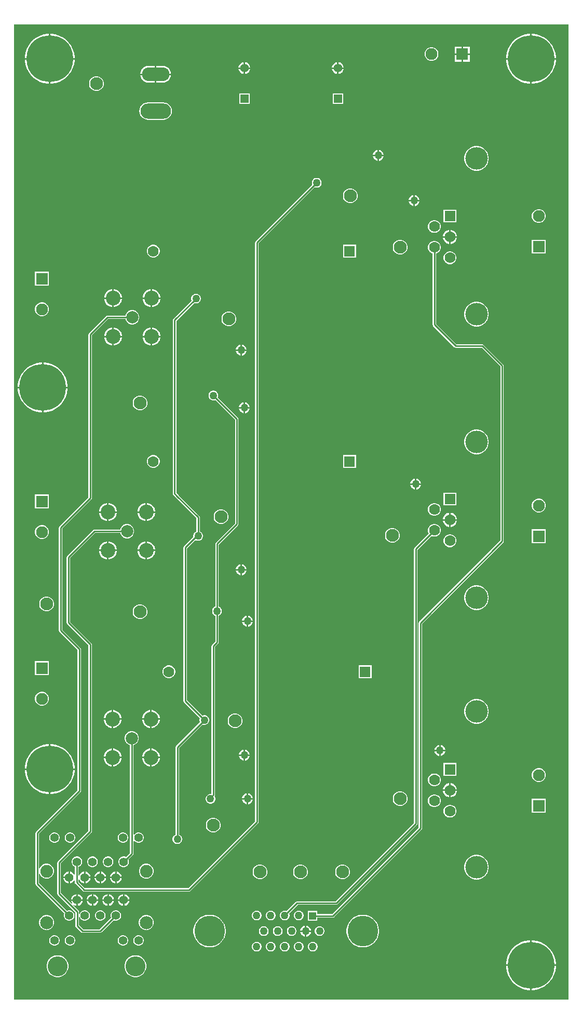
<source format=gbl>
G04*
G04 #@! TF.GenerationSoftware,Altium Limited,Altium Designer,21.2.2 (38)*
G04*
G04 Layer_Physical_Order=2*
G04 Layer_Color=16711680*
%FSLAX25Y25*%
%MOIN*%
G70*
G04*
G04 #@! TF.SameCoordinates,792C9601-BB9D-439A-8D0C-CF73BBC84E9B*
G04*
G04*
G04 #@! TF.FilePolarity,Positive*
G04*
G01*
G75*
%ADD10C,0.01000*%
%ADD29R,0.07000X0.07000*%
%ADD30C,0.07000*%
%ADD35C,0.05600*%
%ADD36R,0.05600X0.05600*%
%ADD47R,0.07000X0.07000*%
%ADD49C,0.08268*%
%ADD50C,0.09449*%
%ADD51C,0.07874*%
%ADD52C,0.14500*%
%ADD53C,0.05500*%
%ADD54C,0.08400*%
%ADD55C,0.08200*%
%ADD56C,0.12800*%
%ADD57C,0.19685*%
%ADD58C,0.05000*%
%ADD59R,0.05000X0.05000*%
%ADD60R,0.07677X0.07677*%
%ADD61C,0.07677*%
%ADD62R,0.07677X0.07677*%
%ADD63C,0.03000*%
%ADD64C,0.30000*%
%ADD65O,0.19685X0.09843*%
%ADD66O,0.17717X0.08858*%
G36*
X998000Y102000D02*
X642000D01*
Y728000D01*
X998000D01*
Y102000D01*
D02*
G37*
%LPC*%
G36*
X934681Y713839D02*
X930343D01*
Y709500D01*
X934681D01*
Y713839D01*
D02*
G37*
G36*
X929343D02*
X925004D01*
Y709500D01*
X929343D01*
Y713839D01*
D02*
G37*
G36*
X975259Y722000D02*
X974500D01*
Y706500D01*
X990000D01*
Y707259D01*
X989606Y709747D01*
X988828Y712142D01*
X987684Y714386D01*
X986204Y716423D01*
X984423Y718204D01*
X982386Y719684D01*
X980142Y720828D01*
X977747Y721606D01*
X975259Y722000D01*
D02*
G37*
G36*
X973500D02*
X972741D01*
X970253Y721606D01*
X967858Y720828D01*
X965614Y719684D01*
X963577Y718204D01*
X961796Y716423D01*
X960316Y714386D01*
X959172Y712142D01*
X958394Y709747D01*
X958000Y707259D01*
Y706500D01*
X973500D01*
Y722000D01*
D02*
G37*
G36*
X666259D02*
X665500D01*
Y706500D01*
X681000D01*
Y707259D01*
X680606Y709747D01*
X679828Y712142D01*
X678684Y714386D01*
X677204Y716423D01*
X675423Y718204D01*
X673386Y719684D01*
X671142Y720828D01*
X668747Y721606D01*
X666259Y722000D01*
D02*
G37*
G36*
X664500D02*
X663741D01*
X661253Y721606D01*
X658858Y720828D01*
X656614Y719684D01*
X654577Y718204D01*
X652796Y716423D01*
X651316Y714386D01*
X650172Y712142D01*
X649394Y709747D01*
X649000Y707259D01*
Y706500D01*
X664500D01*
Y722000D01*
D02*
G37*
G36*
X910742Y713439D02*
X909573D01*
X908444Y713136D01*
X907432Y712552D01*
X906606Y711725D01*
X906021Y710713D01*
X905719Y709584D01*
Y708416D01*
X906021Y707287D01*
X906606Y706275D01*
X907432Y705448D01*
X908444Y704864D01*
X909573Y704561D01*
X910742D01*
X911871Y704864D01*
X912883Y705448D01*
X913709Y706275D01*
X914294Y707287D01*
X914596Y708416D01*
Y709584D01*
X914294Y710713D01*
X913709Y711725D01*
X912883Y712552D01*
X911871Y713136D01*
X910742Y713439D01*
D02*
G37*
G36*
X934681Y708500D02*
X930343D01*
Y704161D01*
X934681D01*
Y708500D01*
D02*
G37*
G36*
X929343D02*
X925004D01*
Y704161D01*
X929343D01*
Y708500D01*
D02*
G37*
G36*
X850500Y703800D02*
X850500D01*
Y700500D01*
X853800D01*
Y700500D01*
X853541Y701467D01*
X853041Y702333D01*
X852333Y703041D01*
X851467Y703541D01*
X850500Y703800D01*
D02*
G37*
G36*
X790500D02*
X790500D01*
Y700500D01*
X793800D01*
Y700500D01*
X793541Y701467D01*
X793041Y702333D01*
X792333Y703041D01*
X791467Y703541D01*
X790500Y703800D01*
D02*
G37*
G36*
X849500D02*
X849500D01*
X848533Y703541D01*
X847667Y703041D01*
X846959Y702333D01*
X846459Y701467D01*
X846200Y700500D01*
Y700500D01*
X849500D01*
Y703800D01*
D02*
G37*
G36*
X789500D02*
X789500D01*
X788533Y703541D01*
X787667Y703041D01*
X786959Y702333D01*
X786459Y701467D01*
X786200Y700500D01*
Y700500D01*
X789500D01*
Y703800D01*
D02*
G37*
G36*
X737429Y701476D02*
X733500D01*
Y696500D01*
X742839D01*
X742719Y697417D01*
X742171Y698738D01*
X741301Y699872D01*
X740167Y700742D01*
X738846Y701289D01*
X737429Y701476D01*
D02*
G37*
G36*
X732500D02*
X728571D01*
X727154Y701289D01*
X725833Y700742D01*
X724699Y699872D01*
X723829Y698738D01*
X723281Y697417D01*
X723161Y696500D01*
X732500D01*
Y701476D01*
D02*
G37*
G36*
X853800Y699500D02*
X850500D01*
Y696200D01*
X850500D01*
X851467Y696459D01*
X852333Y696959D01*
X853041Y697667D01*
X853541Y698533D01*
X853800Y699500D01*
Y699500D01*
D02*
G37*
G36*
X849500D02*
X846200D01*
Y699500D01*
X846459Y698533D01*
X846959Y697667D01*
X847667Y696959D01*
X848533Y696459D01*
X849500Y696200D01*
X849500D01*
Y699500D01*
D02*
G37*
G36*
X793800D02*
X790500D01*
Y696200D01*
X790500D01*
X791467Y696459D01*
X792333Y696959D01*
X793041Y697667D01*
X793541Y698533D01*
X793800Y699500D01*
Y699500D01*
D02*
G37*
G36*
X789500D02*
X786200D01*
Y699500D01*
X786459Y698533D01*
X786959Y697667D01*
X787667Y696959D01*
X788533Y696459D01*
X789500Y696200D01*
X789500D01*
Y699500D01*
D02*
G37*
G36*
X742839Y695500D02*
X733500D01*
Y690524D01*
X737429D01*
X738846Y690711D01*
X740167Y691258D01*
X741301Y692128D01*
X742171Y693262D01*
X742719Y694583D01*
X742839Y695500D01*
D02*
G37*
G36*
X732500D02*
X723161D01*
X723281Y694583D01*
X723829Y693262D01*
X724699Y692128D01*
X725833Y691258D01*
X727154Y690711D01*
X728571Y690524D01*
X732500D01*
Y695500D01*
D02*
G37*
G36*
X990000Y705500D02*
X974500D01*
Y690000D01*
X975259D01*
X977747Y690394D01*
X980142Y691172D01*
X982386Y692316D01*
X984423Y693796D01*
X986204Y695577D01*
X987684Y697614D01*
X988828Y699858D01*
X989606Y702253D01*
X990000Y704741D01*
Y705500D01*
D02*
G37*
G36*
X973500D02*
X958000D01*
Y704741D01*
X958394Y702253D01*
X959172Y699858D01*
X960316Y697614D01*
X961796Y695577D01*
X963577Y693796D01*
X965614Y692316D01*
X967858Y691172D01*
X970253Y690394D01*
X972741Y690000D01*
X973500D01*
Y705500D01*
D02*
G37*
G36*
X681000D02*
X665500D01*
Y690000D01*
X666259D01*
X668747Y690394D01*
X671142Y691172D01*
X673386Y692316D01*
X675423Y693796D01*
X677204Y695577D01*
X678684Y697614D01*
X679828Y699858D01*
X680606Y702253D01*
X681000Y704741D01*
Y705500D01*
D02*
G37*
G36*
X664500D02*
X649000D01*
Y704741D01*
X649394Y702253D01*
X650172Y699858D01*
X651316Y697614D01*
X652796Y695577D01*
X654577Y693796D01*
X656614Y692316D01*
X658858Y691172D01*
X661253Y690394D01*
X663741Y690000D01*
X664500D01*
Y705500D01*
D02*
G37*
G36*
X695623Y694734D02*
X694377D01*
X693173Y694411D01*
X692093Y693788D01*
X691212Y692907D01*
X690589Y691827D01*
X690266Y690623D01*
Y689377D01*
X690589Y688173D01*
X691212Y687093D01*
X692093Y686212D01*
X693173Y685589D01*
X694377Y685266D01*
X695623D01*
X696827Y685589D01*
X697907Y686212D01*
X698788Y687093D01*
X699411Y688173D01*
X699734Y689377D01*
Y690623D01*
X699411Y691827D01*
X698788Y692907D01*
X697907Y693788D01*
X696827Y694411D01*
X695623Y694734D01*
D02*
G37*
G36*
X853400Y683700D02*
X846600D01*
Y676900D01*
X853400D01*
Y683700D01*
D02*
G37*
G36*
X793400D02*
X786600D01*
Y676900D01*
X793400D01*
Y683700D01*
D02*
G37*
G36*
X737921Y677947D02*
X728079D01*
X726637Y677757D01*
X725294Y677201D01*
X724141Y676316D01*
X723256Y675162D01*
X722700Y673819D01*
X722510Y672378D01*
X722700Y670937D01*
X723256Y669593D01*
X724141Y668440D01*
X725294Y667555D01*
X726637Y666999D01*
X728079Y666809D01*
X737921D01*
X739363Y666999D01*
X740706Y667555D01*
X741859Y668440D01*
X742744Y669593D01*
X743300Y670937D01*
X743490Y672378D01*
X743300Y673819D01*
X742744Y675162D01*
X741859Y676316D01*
X740706Y677201D01*
X739363Y677757D01*
X737921Y677947D01*
D02*
G37*
G36*
X876500Y647490D02*
Y644500D01*
X879490D01*
X879261Y645351D01*
X878801Y646149D01*
X878149Y646801D01*
X877351Y647261D01*
X876500Y647490D01*
D02*
G37*
G36*
X875500D02*
X874649Y647261D01*
X873851Y646801D01*
X873199Y646149D01*
X872738Y645351D01*
X872511Y644500D01*
X875500D01*
Y647490D01*
D02*
G37*
G36*
X879490Y643500D02*
X876500D01*
Y640511D01*
X877351Y640738D01*
X878149Y641199D01*
X878801Y641851D01*
X879261Y642649D01*
X879490Y643500D01*
D02*
G37*
G36*
X875500D02*
X872511D01*
X872738Y642649D01*
X873199Y641851D01*
X873851Y641199D01*
X874649Y640738D01*
X875500Y640511D01*
Y643500D01*
D02*
G37*
G36*
X939773Y649850D02*
X938227D01*
X936710Y649548D01*
X935282Y648957D01*
X933996Y648098D01*
X932903Y647004D01*
X932043Y645718D01*
X931452Y644290D01*
X931150Y642773D01*
Y641227D01*
X931452Y639710D01*
X932043Y638282D01*
X932903Y636996D01*
X933996Y635903D01*
X935282Y635043D01*
X936710Y634452D01*
X938227Y634150D01*
X939773D01*
X941290Y634452D01*
X942718Y635043D01*
X944004Y635903D01*
X945098Y636996D01*
X945957Y638282D01*
X946548Y639710D01*
X946850Y641227D01*
Y642773D01*
X946548Y644290D01*
X945957Y645718D01*
X945098Y647004D01*
X944004Y648098D01*
X942718Y648957D01*
X941290Y649548D01*
X939773Y649850D01*
D02*
G37*
G36*
X836833Y629475D02*
X836017D01*
X835229Y629263D01*
X834522Y628855D01*
X833945Y628278D01*
X833537Y627571D01*
X833325Y626783D01*
Y625967D01*
X833537Y625178D01*
X833575Y625111D01*
X797207Y588743D01*
X796964Y588379D01*
X796878Y587950D01*
X796878Y587950D01*
Y216465D01*
X753935Y173522D01*
X687565D01*
X683422Y177665D01*
Y179300D01*
X683922Y179366D01*
X684006Y179052D01*
X684499Y178198D01*
X685197Y177499D01*
X686053Y177006D01*
X687000Y176752D01*
Y180500D01*
Y184248D01*
X686053Y183994D01*
X685197Y183501D01*
X684499Y182802D01*
X684006Y181948D01*
X683922Y181634D01*
X683422Y181700D01*
Y187279D01*
X683793Y187378D01*
X684557Y187819D01*
X685181Y188443D01*
X685622Y189207D01*
X685850Y190059D01*
Y190941D01*
X685622Y191793D01*
X685181Y192557D01*
X684557Y193181D01*
X683793Y193622D01*
X682941Y193850D01*
X682059D01*
X681207Y193622D01*
X680443Y193181D01*
X679819Y192557D01*
X679378Y191793D01*
X679150Y190941D01*
Y190059D01*
X679378Y189207D01*
X679819Y188443D01*
X680443Y187819D01*
X681178Y187395D01*
Y182629D01*
X680678Y182495D01*
X680501Y182802D01*
X679803Y183501D01*
X678947Y183994D01*
X678000Y184248D01*
Y180500D01*
Y176752D01*
X678947Y177006D01*
X679803Y177499D01*
X680501Y178198D01*
X680678Y178505D01*
X681178Y178371D01*
Y177200D01*
X681178Y177200D01*
X681264Y176771D01*
X681507Y176407D01*
X686307Y171607D01*
X686307Y171607D01*
X686671Y171364D01*
X687100Y171278D01*
X687100Y171278D01*
X754400D01*
X754400Y171278D01*
X754829Y171364D01*
X755193Y171607D01*
X798793Y215207D01*
X798793Y215207D01*
X799036Y215571D01*
X799122Y216000D01*
X799122Y216000D01*
Y587485D01*
X835161Y623525D01*
X835229Y623486D01*
X836017Y623275D01*
X836833D01*
X837622Y623486D01*
X838329Y623894D01*
X838906Y624471D01*
X839314Y625178D01*
X839525Y625967D01*
Y626783D01*
X839314Y627571D01*
X838906Y628278D01*
X838329Y628855D01*
X837622Y629263D01*
X836833Y629475D01*
D02*
G37*
G36*
X899500Y618490D02*
Y615500D01*
X902489D01*
X902262Y616351D01*
X901801Y617149D01*
X901149Y617801D01*
X900351Y618261D01*
X899500Y618490D01*
D02*
G37*
G36*
X898500D02*
X897649Y618261D01*
X896851Y617801D01*
X896199Y617149D01*
X895739Y616351D01*
X895510Y615500D01*
X898500D01*
Y618490D01*
D02*
G37*
G36*
X858623Y622734D02*
X857377D01*
X856173Y622411D01*
X855093Y621788D01*
X854212Y620907D01*
X853589Y619827D01*
X853266Y618623D01*
Y617377D01*
X853589Y616173D01*
X854212Y615093D01*
X855093Y614212D01*
X856173Y613589D01*
X857377Y613266D01*
X858623D01*
X859827Y613589D01*
X860907Y614212D01*
X861788Y615093D01*
X862411Y616173D01*
X862734Y617377D01*
Y618623D01*
X862411Y619827D01*
X861788Y620907D01*
X860907Y621788D01*
X859827Y622411D01*
X858623Y622734D01*
D02*
G37*
G36*
X902489Y614500D02*
X899500D01*
Y611511D01*
X900351Y611738D01*
X901149Y612199D01*
X901801Y612851D01*
X902262Y613649D01*
X902489Y614500D01*
D02*
G37*
G36*
X898500D02*
X895510D01*
X895739Y613649D01*
X896199Y612851D01*
X896851Y612199D01*
X897649Y611738D01*
X898500Y611511D01*
Y614500D01*
D02*
G37*
G36*
X926100Y609100D02*
X917900D01*
Y600900D01*
X926100D01*
Y609100D01*
D02*
G37*
G36*
X979584Y609439D02*
X978416D01*
X977287Y609136D01*
X976275Y608552D01*
X975448Y607725D01*
X974864Y606713D01*
X974561Y605584D01*
Y604416D01*
X974864Y603287D01*
X975448Y602275D01*
X976275Y601448D01*
X977287Y600864D01*
X978416Y600561D01*
X979584D01*
X980713Y600864D01*
X981725Y601448D01*
X982552Y602275D01*
X983136Y603287D01*
X983439Y604416D01*
Y605584D01*
X983136Y606713D01*
X982552Y607725D01*
X981725Y608552D01*
X980713Y609136D01*
X979584Y609439D01*
D02*
G37*
G36*
X912540Y602407D02*
X911460D01*
X910417Y602128D01*
X909482Y601588D01*
X908719Y600824D01*
X908179Y599890D01*
X907900Y598847D01*
Y597767D01*
X908179Y596725D01*
X908719Y595790D01*
X909482Y595026D01*
X910417Y594487D01*
X911460Y594207D01*
X912540D01*
X913583Y594487D01*
X914517Y595026D01*
X915281Y595790D01*
X915821Y596725D01*
X916100Y597767D01*
Y598847D01*
X915821Y599890D01*
X915281Y600824D01*
X914517Y601588D01*
X913583Y602128D01*
X912540Y602407D01*
D02*
G37*
G36*
X922592Y596114D02*
X922500D01*
Y592114D01*
X926500D01*
Y592207D01*
X926193Y593351D01*
X925601Y594377D01*
X924763Y595215D01*
X923737Y595808D01*
X922592Y596114D01*
D02*
G37*
G36*
X921500D02*
X921408D01*
X920263Y595808D01*
X919237Y595215D01*
X918399Y594377D01*
X917807Y593351D01*
X917500Y592207D01*
Y592114D01*
X921500D01*
Y596114D01*
D02*
G37*
G36*
X926500Y591114D02*
X922500D01*
Y587114D01*
X922592D01*
X923737Y587421D01*
X924763Y588013D01*
X925601Y588851D01*
X926193Y589877D01*
X926500Y591022D01*
Y591114D01*
D02*
G37*
G36*
X921500D02*
X917500D01*
Y591022D01*
X917807Y589877D01*
X918399Y588851D01*
X919237Y588013D01*
X920263Y587421D01*
X921408Y587114D01*
X921500D01*
Y591114D01*
D02*
G37*
G36*
X983439Y589753D02*
X974561D01*
Y580876D01*
X983439D01*
Y589753D01*
D02*
G37*
G36*
X890623Y589734D02*
X889377D01*
X888173Y589411D01*
X887093Y588788D01*
X886212Y587907D01*
X885589Y586827D01*
X885266Y585623D01*
Y584377D01*
X885589Y583173D01*
X886212Y582093D01*
X887093Y581212D01*
X888173Y580589D01*
X889377Y580266D01*
X890623D01*
X891827Y580589D01*
X892907Y581212D01*
X893788Y582093D01*
X894411Y583173D01*
X894734Y584377D01*
Y585623D01*
X894411Y586827D01*
X893788Y587907D01*
X892907Y588788D01*
X891827Y589411D01*
X890623Y589734D01*
D02*
G37*
G36*
X861600Y586600D02*
X853400D01*
Y578400D01*
X861600D01*
Y586600D01*
D02*
G37*
G36*
X732040D02*
X730960D01*
X729917Y586321D01*
X728982Y585781D01*
X728219Y585017D01*
X727679Y584083D01*
X727400Y583040D01*
Y581960D01*
X727679Y580918D01*
X728219Y579983D01*
X728982Y579219D01*
X729917Y578679D01*
X730960Y578400D01*
X732040D01*
X733082Y578679D01*
X734018Y579219D01*
X734781Y579983D01*
X735321Y580918D01*
X735600Y581960D01*
Y583040D01*
X735321Y584083D01*
X734781Y585017D01*
X734018Y585781D01*
X733082Y586321D01*
X732040Y586600D01*
D02*
G37*
G36*
X922540Y582328D02*
X921460D01*
X920417Y582049D01*
X919483Y581509D01*
X918719Y580746D01*
X918179Y579811D01*
X917900Y578768D01*
Y577689D01*
X918179Y576646D01*
X918719Y575711D01*
X919483Y574948D01*
X920417Y574408D01*
X921460Y574128D01*
X922540D01*
X923582Y574408D01*
X924518Y574948D01*
X925281Y575711D01*
X925821Y576646D01*
X926100Y577689D01*
Y578768D01*
X925821Y579811D01*
X925281Y580746D01*
X924518Y581509D01*
X923582Y582049D01*
X922540Y582328D01*
D02*
G37*
G36*
X664439Y569281D02*
X655561D01*
Y560404D01*
X664439D01*
Y569281D01*
D02*
G37*
G36*
X731076Y558047D02*
X730823D01*
Y552823D01*
X736047D01*
Y553077D01*
X735657Y554532D01*
X734903Y555838D01*
X733838Y556904D01*
X732532Y557657D01*
X731076Y558047D01*
D02*
G37*
G36*
X729823D02*
X729569D01*
X728113Y557657D01*
X726808Y556904D01*
X725742Y555838D01*
X724989Y554532D01*
X724598Y553077D01*
Y552823D01*
X729823D01*
Y558047D01*
D02*
G37*
G36*
X706431D02*
X706177D01*
Y552823D01*
X711402D01*
Y553077D01*
X711012Y554532D01*
X710258Y555838D01*
X709192Y556904D01*
X707887Y557657D01*
X706431Y558047D01*
D02*
G37*
G36*
X705177D02*
X704923D01*
X703468Y557657D01*
X702162Y556904D01*
X701096Y555838D01*
X700343Y554532D01*
X699953Y553077D01*
Y552823D01*
X705177D01*
Y558047D01*
D02*
G37*
G36*
X759408Y555100D02*
X758592D01*
X757803Y554889D01*
X757097Y554481D01*
X756519Y553903D01*
X756111Y553197D01*
X755900Y552408D01*
Y551592D01*
X756111Y550803D01*
X756150Y550736D01*
X744407Y538993D01*
X744164Y538629D01*
X744078Y538200D01*
X744078Y538200D01*
Y426800D01*
X744078Y426800D01*
X744164Y426371D01*
X744407Y426007D01*
X744407Y426007D01*
X745392Y425022D01*
X745407Y425000D01*
X759225Y411182D01*
Y402555D01*
X759150Y402535D01*
X758443Y402127D01*
X757866Y401550D01*
X757458Y400843D01*
X757246Y400055D01*
Y399238D01*
X757269Y399155D01*
X751207Y393093D01*
X750964Y392729D01*
X750878Y392300D01*
X750878Y392300D01*
Y293793D01*
X750878Y293793D01*
X750964Y293364D01*
X751207Y293000D01*
X761496Y282710D01*
X761458Y282643D01*
X761246Y281855D01*
Y281038D01*
X761458Y280250D01*
X761496Y280183D01*
X746207Y264893D01*
X745964Y264529D01*
X745878Y264100D01*
X745878Y264100D01*
Y207909D01*
X745803Y207889D01*
X745097Y207481D01*
X744519Y206903D01*
X744111Y206197D01*
X743900Y205408D01*
Y204592D01*
X744111Y203803D01*
X744519Y203097D01*
X745097Y202519D01*
X745803Y202111D01*
X746592Y201900D01*
X747408D01*
X748197Y202111D01*
X748903Y202519D01*
X749481Y203097D01*
X749889Y203803D01*
X750100Y204592D01*
Y205408D01*
X749889Y206197D01*
X749481Y206903D01*
X748903Y207481D01*
X748197Y207889D01*
X748122Y207909D01*
Y263635D01*
X763083Y278596D01*
X763150Y278558D01*
X763938Y278346D01*
X764754D01*
X765543Y278558D01*
X766250Y278966D01*
X766827Y279543D01*
X767235Y280250D01*
X767446Y281038D01*
Y281855D01*
X767235Y282643D01*
X766827Y283350D01*
X766250Y283927D01*
X765543Y284335D01*
X764754Y284546D01*
X763938D01*
X763150Y284335D01*
X763083Y284296D01*
X753122Y294257D01*
Y391835D01*
X758449Y397163D01*
X759150Y396758D01*
X759938Y396546D01*
X760754D01*
X761543Y396758D01*
X762250Y397166D01*
X762827Y397743D01*
X763235Y398450D01*
X763446Y399238D01*
Y400055D01*
X763235Y400843D01*
X762827Y401550D01*
X762250Y402127D01*
X761543Y402535D01*
X761468Y402555D01*
Y411646D01*
X761468Y411646D01*
X761383Y412076D01*
X761139Y412439D01*
X747808Y425771D01*
X747793Y425793D01*
X746322Y427265D01*
Y537735D01*
X757736Y549150D01*
X757803Y549111D01*
X758592Y548900D01*
X759408D01*
X760197Y549111D01*
X760903Y549519D01*
X761481Y550097D01*
X761889Y550803D01*
X762100Y551592D01*
Y552408D01*
X761889Y553197D01*
X761481Y553903D01*
X760903Y554481D01*
X760197Y554889D01*
X759408Y555100D01*
D02*
G37*
G36*
X736047Y551823D02*
X730823D01*
Y546598D01*
X731076D01*
X732532Y546988D01*
X733838Y547742D01*
X734903Y548808D01*
X735657Y550113D01*
X736047Y551569D01*
Y551823D01*
D02*
G37*
G36*
X729823D02*
X724598D01*
Y551569D01*
X724989Y550113D01*
X725742Y548808D01*
X726808Y547742D01*
X728113Y546988D01*
X729569Y546598D01*
X729823D01*
Y551823D01*
D02*
G37*
G36*
X711402Y551823D02*
X706177D01*
Y546598D01*
X706431D01*
X707887Y546988D01*
X709192Y547742D01*
X710258Y548808D01*
X711012Y550113D01*
X711402Y551569D01*
Y551823D01*
D02*
G37*
G36*
X705177D02*
X699953D01*
Y551569D01*
X700343Y550113D01*
X701096Y548808D01*
X702162Y547742D01*
X703468Y546988D01*
X704923Y546598D01*
X705177D01*
Y551823D01*
D02*
G37*
G36*
X718597Y544537D02*
X717403D01*
X716249Y544228D01*
X715214Y543631D01*
X714369Y542786D01*
X713772Y541751D01*
X713603Y541122D01*
X702000D01*
X702000Y541122D01*
X701571Y541036D01*
X701207Y540793D01*
X690207Y529793D01*
X689964Y529429D01*
X689878Y529000D01*
X689878Y529000D01*
Y424465D01*
X671207Y405793D01*
X670964Y405429D01*
X670878Y405000D01*
X670878Y405000D01*
Y339000D01*
X670878Y339000D01*
X670964Y338571D01*
X671207Y338207D01*
X682878Y326535D01*
Y236465D01*
X656207Y209793D01*
X655964Y209429D01*
X655878Y209000D01*
X655878Y209000D01*
Y176500D01*
X655878Y176500D01*
X655964Y176071D01*
X656207Y175707D01*
X674467Y157447D01*
X674378Y157293D01*
X674150Y156441D01*
Y155559D01*
X674378Y154707D01*
X674819Y153943D01*
X675443Y153319D01*
X676207Y152878D01*
X677059Y152650D01*
X677941D01*
X678793Y152878D01*
X679557Y153319D01*
X680181Y153943D01*
X680622Y154707D01*
X680850Y155559D01*
Y156441D01*
X680622Y157293D01*
X680181Y158057D01*
X679557Y158681D01*
X678793Y159122D01*
X677941Y159350D01*
X677059D01*
X676207Y159122D01*
X676053Y159033D01*
X658122Y176965D01*
Y182615D01*
X658620Y182686D01*
X659239Y181614D01*
X660114Y180739D01*
X661186Y180120D01*
X662381Y179800D01*
X663619D01*
X664814Y180120D01*
X665886Y180739D01*
X666761Y181614D01*
X667380Y182686D01*
X667700Y183881D01*
Y185119D01*
X667380Y186314D01*
X666761Y187386D01*
X665886Y188261D01*
X664814Y188880D01*
X663619Y189200D01*
X662381D01*
X661186Y188880D01*
X660114Y188261D01*
X659239Y187386D01*
X658620Y186314D01*
X658122Y186385D01*
Y208535D01*
X684793Y235207D01*
X684793Y235207D01*
X685036Y235571D01*
X685122Y236000D01*
X685122Y236000D01*
Y327000D01*
X685036Y327429D01*
X684793Y327793D01*
X684793Y327793D01*
X673122Y339465D01*
Y404535D01*
X691793Y423207D01*
X691793Y423207D01*
X692036Y423571D01*
X692122Y424000D01*
X692122Y424000D01*
Y528535D01*
X702465Y538878D01*
X713603D01*
X713772Y538249D01*
X714369Y537214D01*
X715214Y536370D01*
X716249Y535772D01*
X717403Y535463D01*
X718597D01*
X719751Y535772D01*
X720786Y536370D01*
X721630Y537214D01*
X722228Y538249D01*
X722537Y539403D01*
Y540597D01*
X722228Y541751D01*
X721630Y542786D01*
X720786Y543631D01*
X719751Y544228D01*
X718597Y544537D01*
D02*
G37*
G36*
X660584Y549596D02*
X659416D01*
X658287Y549294D01*
X657275Y548709D01*
X656448Y547883D01*
X655864Y546871D01*
X655561Y545742D01*
Y544573D01*
X655864Y543444D01*
X656448Y542432D01*
X657275Y541606D01*
X658287Y541021D01*
X659416Y540719D01*
X660584D01*
X661713Y541021D01*
X662725Y541606D01*
X663552Y542432D01*
X664136Y543444D01*
X664439Y544573D01*
Y545742D01*
X664136Y546871D01*
X663552Y547883D01*
X662725Y548709D01*
X661713Y549294D01*
X660584Y549596D01*
D02*
G37*
G36*
X780623Y543734D02*
X779377D01*
X778173Y543411D01*
X777093Y542788D01*
X776212Y541907D01*
X775589Y540827D01*
X775266Y539623D01*
Y538377D01*
X775589Y537173D01*
X776212Y536093D01*
X777093Y535212D01*
X778173Y534589D01*
X779377Y534266D01*
X780623D01*
X781827Y534589D01*
X782907Y535212D01*
X783788Y536093D01*
X784411Y537173D01*
X784734Y538377D01*
Y539623D01*
X784411Y540827D01*
X783788Y541907D01*
X782907Y542788D01*
X781827Y543411D01*
X780623Y543734D01*
D02*
G37*
G36*
X939773Y549850D02*
X938227D01*
X936710Y549548D01*
X935282Y548957D01*
X933996Y548098D01*
X932903Y547004D01*
X932043Y545718D01*
X931452Y544290D01*
X931150Y542773D01*
Y541227D01*
X931452Y539710D01*
X932043Y538282D01*
X932903Y536996D01*
X933996Y535903D01*
X935282Y535043D01*
X936710Y534452D01*
X938227Y534150D01*
X939773D01*
X941290Y534452D01*
X942718Y535043D01*
X944004Y535903D01*
X945098Y536996D01*
X945957Y538282D01*
X946548Y539710D01*
X946850Y541227D01*
Y542773D01*
X946548Y544290D01*
X945957Y545718D01*
X945098Y547004D01*
X944004Y548098D01*
X942718Y548957D01*
X941290Y549548D01*
X939773Y549850D01*
D02*
G37*
G36*
X731076Y533402D02*
X730823D01*
Y528177D01*
X736047D01*
Y528431D01*
X735657Y529887D01*
X734903Y531192D01*
X733838Y532258D01*
X732532Y533011D01*
X731076Y533402D01*
D02*
G37*
G36*
X729823D02*
X729569D01*
X728113Y533011D01*
X726808Y532258D01*
X725742Y531192D01*
X724989Y529887D01*
X724598Y528431D01*
Y528177D01*
X729823D01*
Y533402D01*
D02*
G37*
G36*
X706431D02*
X706177D01*
Y528177D01*
X711402D01*
Y528431D01*
X711012Y529887D01*
X710258Y531192D01*
X709192Y532258D01*
X707887Y533011D01*
X706431Y533402D01*
D02*
G37*
G36*
X705177D02*
X704923D01*
X703468Y533011D01*
X702162Y532258D01*
X701096Y531192D01*
X700343Y529887D01*
X699953Y528431D01*
Y528177D01*
X705177D01*
Y533402D01*
D02*
G37*
G36*
X736047Y527177D02*
X730823D01*
Y521953D01*
X731076D01*
X732532Y522343D01*
X733838Y523097D01*
X734903Y524162D01*
X735657Y525468D01*
X736047Y526924D01*
Y527177D01*
D02*
G37*
G36*
X729823D02*
X724598D01*
Y526924D01*
X724989Y525468D01*
X725742Y524162D01*
X726808Y523097D01*
X728113Y522343D01*
X729569Y521953D01*
X729823D01*
Y527177D01*
D02*
G37*
G36*
X711402Y527177D02*
X706177D01*
Y521953D01*
X706431D01*
X707887Y522343D01*
X709192Y523097D01*
X710258Y524162D01*
X711012Y525468D01*
X711402Y526924D01*
Y527177D01*
D02*
G37*
G36*
X705177D02*
X699953D01*
Y526924D01*
X700343Y525468D01*
X701096Y524162D01*
X702162Y523097D01*
X703468Y522343D01*
X704923Y521953D01*
X705177D01*
Y527177D01*
D02*
G37*
G36*
X788500Y522490D02*
Y519500D01*
X791490D01*
X791261Y520351D01*
X790801Y521149D01*
X790149Y521801D01*
X789351Y522261D01*
X788500Y522490D01*
D02*
G37*
G36*
X787500D02*
X786649Y522261D01*
X785851Y521801D01*
X785199Y521149D01*
X784738Y520351D01*
X784511Y519500D01*
X787500D01*
Y522490D01*
D02*
G37*
G36*
X791490Y518500D02*
X788500D01*
Y515511D01*
X789351Y515738D01*
X790149Y516199D01*
X790801Y516851D01*
X791261Y517649D01*
X791490Y518500D01*
D02*
G37*
G36*
X787500D02*
X784511D01*
X784738Y517649D01*
X785199Y516851D01*
X785851Y516199D01*
X786649Y515738D01*
X787500Y515511D01*
Y518500D01*
D02*
G37*
G36*
X661759Y511000D02*
X661000D01*
Y495500D01*
X676500D01*
Y496259D01*
X676106Y498747D01*
X675328Y501142D01*
X674184Y503386D01*
X672704Y505423D01*
X670923Y507204D01*
X668886Y508684D01*
X666642Y509828D01*
X664247Y510606D01*
X661759Y511000D01*
D02*
G37*
G36*
X660000D02*
X659241D01*
X656753Y510606D01*
X654358Y509828D01*
X652114Y508684D01*
X650077Y507204D01*
X648296Y505423D01*
X646816Y503386D01*
X645672Y501142D01*
X644894Y498747D01*
X644500Y496259D01*
Y495500D01*
X660000D01*
Y511000D01*
D02*
G37*
G36*
X790500Y485490D02*
Y482500D01*
X793490D01*
X793261Y483351D01*
X792801Y484149D01*
X792149Y484801D01*
X791351Y485261D01*
X790500Y485490D01*
D02*
G37*
G36*
X789500D02*
X788649Y485261D01*
X787851Y484801D01*
X787199Y484149D01*
X786738Y483351D01*
X786511Y482500D01*
X789500D01*
Y485490D01*
D02*
G37*
G36*
X723623Y489734D02*
X722377D01*
X721173Y489411D01*
X720093Y488788D01*
X719212Y487907D01*
X718589Y486827D01*
X718266Y485623D01*
Y484377D01*
X718589Y483173D01*
X719212Y482093D01*
X720093Y481212D01*
X721173Y480589D01*
X722377Y480266D01*
X723623D01*
X724827Y480589D01*
X725907Y481212D01*
X726788Y482093D01*
X727411Y483173D01*
X727734Y484377D01*
Y485623D01*
X727411Y486827D01*
X726788Y487907D01*
X725907Y488788D01*
X724827Y489411D01*
X723623Y489734D01*
D02*
G37*
G36*
X676500Y494500D02*
X661000D01*
Y479000D01*
X661759D01*
X664247Y479394D01*
X666642Y480172D01*
X668886Y481316D01*
X670923Y482796D01*
X672704Y484577D01*
X674184Y486614D01*
X675328Y488858D01*
X676106Y491253D01*
X676500Y493741D01*
Y494500D01*
D02*
G37*
G36*
X660000D02*
X644500D01*
Y493741D01*
X644894Y491253D01*
X645672Y488858D01*
X646816Y486614D01*
X648296Y484577D01*
X650077Y482796D01*
X652114Y481316D01*
X654358Y480172D01*
X656753Y479394D01*
X659241Y479000D01*
X660000D01*
Y494500D01*
D02*
G37*
G36*
X793490Y481500D02*
X790500D01*
Y478511D01*
X791351Y478738D01*
X792149Y479199D01*
X792801Y479851D01*
X793261Y480649D01*
X793490Y481500D01*
D02*
G37*
G36*
X789500D02*
X786511D01*
X786738Y480649D01*
X787199Y479851D01*
X787851Y479199D01*
X788649Y478738D01*
X789500Y478511D01*
Y481500D01*
D02*
G37*
G36*
X939773Y467850D02*
X938227D01*
X936710Y467548D01*
X935282Y466957D01*
X933996Y466097D01*
X932903Y465004D01*
X932043Y463718D01*
X931452Y462290D01*
X931150Y460773D01*
Y459227D01*
X931452Y457710D01*
X932043Y456282D01*
X932903Y454996D01*
X933996Y453902D01*
X935282Y453043D01*
X936710Y452452D01*
X938227Y452150D01*
X939773D01*
X941290Y452452D01*
X942718Y453043D01*
X944004Y453902D01*
X945098Y454996D01*
X945957Y456282D01*
X946548Y457710D01*
X946850Y459227D01*
Y460773D01*
X946548Y462290D01*
X945957Y463718D01*
X945098Y465004D01*
X944004Y466097D01*
X942718Y466957D01*
X941290Y467548D01*
X939773Y467850D01*
D02*
G37*
G36*
X861600Y451600D02*
X853400D01*
Y443400D01*
X861600D01*
Y451600D01*
D02*
G37*
G36*
X732040D02*
X730960D01*
X729917Y451321D01*
X728982Y450781D01*
X728219Y450017D01*
X727679Y449083D01*
X727400Y448040D01*
Y446960D01*
X727679Y445918D01*
X728219Y444982D01*
X728982Y444219D01*
X729917Y443679D01*
X730960Y443400D01*
X732040D01*
X733082Y443679D01*
X734017Y444219D01*
X734781Y444982D01*
X735321Y445918D01*
X735600Y446960D01*
Y448040D01*
X735321Y449083D01*
X734781Y450017D01*
X734017Y450781D01*
X733082Y451321D01*
X732040Y451600D01*
D02*
G37*
G36*
X900500Y436489D02*
Y433500D01*
X903489D01*
X903261Y434351D01*
X902801Y435149D01*
X902149Y435801D01*
X901351Y436262D01*
X900500Y436489D01*
D02*
G37*
G36*
X899500D02*
X898649Y436262D01*
X897851Y435801D01*
X897199Y435149D01*
X896739Y434351D01*
X896511Y433500D01*
X899500D01*
Y436489D01*
D02*
G37*
G36*
X903489Y432500D02*
X900500D01*
Y429510D01*
X901351Y429739D01*
X902149Y430199D01*
X902801Y430851D01*
X903261Y431649D01*
X903489Y432500D01*
D02*
G37*
G36*
X899500D02*
X896511D01*
X896739Y431649D01*
X897199Y430851D01*
X897851Y430199D01*
X898649Y429739D01*
X899500Y429510D01*
Y432500D01*
D02*
G37*
G36*
X926100Y427486D02*
X917900D01*
Y419286D01*
X926100D01*
Y427486D01*
D02*
G37*
G36*
X664439Y426281D02*
X655561D01*
Y417404D01*
X664439D01*
Y426281D01*
D02*
G37*
G36*
X727754Y420724D02*
X727500D01*
Y415500D01*
X732724D01*
Y415754D01*
X732334Y417209D01*
X731581Y418515D01*
X730515Y419581D01*
X729210Y420334D01*
X727754Y420724D01*
D02*
G37*
G36*
X726500D02*
X726246D01*
X724790Y420334D01*
X723485Y419581D01*
X722419Y418515D01*
X721666Y417209D01*
X721276Y415754D01*
Y415500D01*
X726500D01*
Y420724D01*
D02*
G37*
G36*
X703108D02*
X702854D01*
Y415500D01*
X708079D01*
Y415754D01*
X707689Y417209D01*
X706935Y418515D01*
X705869Y419581D01*
X704564Y420334D01*
X703108Y420724D01*
D02*
G37*
G36*
X701854D02*
X701601D01*
X700145Y420334D01*
X698840Y419581D01*
X697774Y418515D01*
X697020Y417209D01*
X696630Y415754D01*
Y415500D01*
X701854D01*
Y420724D01*
D02*
G37*
G36*
X979584Y423619D02*
X978416D01*
X977287Y423316D01*
X976275Y422732D01*
X975448Y421905D01*
X974864Y420893D01*
X974561Y419764D01*
Y418596D01*
X974864Y417467D01*
X975448Y416455D01*
X976275Y415628D01*
X977287Y415044D01*
X978416Y414741D01*
X979584D01*
X980713Y415044D01*
X981725Y415628D01*
X982552Y416455D01*
X983136Y417467D01*
X983439Y418596D01*
Y419764D01*
X983136Y420893D01*
X982552Y421905D01*
X981725Y422732D01*
X980713Y423316D01*
X979584Y423619D01*
D02*
G37*
G36*
X912540Y420793D02*
X911460D01*
X910417Y420513D01*
X909482Y419974D01*
X908719Y419210D01*
X908179Y418275D01*
X907900Y417233D01*
Y416153D01*
X908179Y415110D01*
X908719Y414176D01*
X909482Y413412D01*
X910417Y412872D01*
X911460Y412593D01*
X912540D01*
X913583Y412872D01*
X914517Y413412D01*
X915281Y414176D01*
X915821Y415110D01*
X916100Y416153D01*
Y417233D01*
X915821Y418275D01*
X915281Y419210D01*
X914517Y419974D01*
X913583Y420513D01*
X912540Y420793D01*
D02*
G37*
G36*
X922592Y414500D02*
X922500D01*
Y410500D01*
X926500D01*
Y410592D01*
X926193Y411737D01*
X925601Y412763D01*
X924763Y413601D01*
X923737Y414193D01*
X922592Y414500D01*
D02*
G37*
G36*
X921500D02*
X921408D01*
X920263Y414193D01*
X919237Y413601D01*
X918399Y412763D01*
X917807Y411737D01*
X917500Y410592D01*
Y410500D01*
X921500D01*
Y414500D01*
D02*
G37*
G36*
X732724D02*
X727500D01*
Y409276D01*
X727754D01*
X729210Y409666D01*
X730515Y410419D01*
X731581Y411485D01*
X732334Y412790D01*
X732724Y414246D01*
Y414500D01*
D02*
G37*
G36*
X726500D02*
X721276D01*
Y414246D01*
X721666Y412790D01*
X722419Y411485D01*
X723485Y410419D01*
X724790Y409666D01*
X726246Y409276D01*
X726500D01*
Y414500D01*
D02*
G37*
G36*
X708079D02*
X702854D01*
Y409276D01*
X703108D01*
X704564Y409666D01*
X705869Y410419D01*
X706935Y411485D01*
X707689Y412790D01*
X708079Y414246D01*
Y414500D01*
D02*
G37*
G36*
X701854D02*
X696630D01*
Y414246D01*
X697020Y412790D01*
X697774Y411485D01*
X698840Y410419D01*
X700145Y409666D01*
X701601Y409276D01*
X701854D01*
Y414500D01*
D02*
G37*
G36*
X775623Y416734D02*
X774377D01*
X773173Y416411D01*
X772093Y415788D01*
X771212Y414907D01*
X770589Y413827D01*
X770266Y412623D01*
Y411377D01*
X770589Y410173D01*
X771212Y409093D01*
X772093Y408212D01*
X773173Y407589D01*
X774377Y407266D01*
X775623D01*
X776827Y407589D01*
X777907Y408212D01*
X778788Y409093D01*
X779411Y410173D01*
X779734Y411377D01*
Y412623D01*
X779411Y413827D01*
X778788Y414907D01*
X777907Y415788D01*
X776827Y416411D01*
X775623Y416734D01*
D02*
G37*
G36*
X926500Y409500D02*
X922500D01*
Y405500D01*
X922592D01*
X923737Y405807D01*
X924763Y406399D01*
X925601Y407237D01*
X926193Y408263D01*
X926500Y409408D01*
Y409500D01*
D02*
G37*
G36*
X921500D02*
X917500D01*
Y409408D01*
X917807Y408263D01*
X918399Y407237D01*
X919237Y406399D01*
X920263Y405807D01*
X921408Y405500D01*
X921500D01*
Y409500D01*
D02*
G37*
G36*
X715274Y407214D02*
X714080D01*
X712926Y406905D01*
X711891Y406308D01*
X711047Y405463D01*
X710449Y404428D01*
X710281Y403799D01*
X693677D01*
X693677Y403799D01*
X693248Y403713D01*
X692884Y403470D01*
X676207Y386793D01*
X675964Y386429D01*
X675878Y386000D01*
X675878Y386000D01*
Y344000D01*
X675878Y344000D01*
X675964Y343571D01*
X676207Y343207D01*
X689878Y329535D01*
Y210465D01*
X670207Y190793D01*
X669964Y190429D01*
X669878Y190000D01*
X669878Y190000D01*
Y170000D01*
X669878Y170000D01*
X669964Y169571D01*
X670207Y169207D01*
X681478Y157935D01*
Y149400D01*
X681478Y149400D01*
X681564Y148971D01*
X681807Y148607D01*
X685207Y145207D01*
X685207Y145207D01*
X685571Y144964D01*
X686000Y144878D01*
X686000Y144878D01*
X697500D01*
X697500Y144878D01*
X697929Y144964D01*
X698293Y145207D01*
X706053Y152967D01*
X706207Y152878D01*
X707059Y152650D01*
X707941D01*
X708793Y152878D01*
X709557Y153319D01*
X710181Y153943D01*
X710622Y154707D01*
X710850Y155559D01*
Y156441D01*
X710622Y157293D01*
X710181Y158057D01*
X709557Y158681D01*
X708793Y159122D01*
X707941Y159350D01*
X707059D01*
X706207Y159122D01*
X705443Y158681D01*
X704819Y158057D01*
X704378Y157293D01*
X704150Y156441D01*
Y155559D01*
X704378Y154707D01*
X704467Y154553D01*
X697035Y147122D01*
X686465D01*
X683722Y149865D01*
Y155226D01*
X684222Y155292D01*
X684378Y154707D01*
X684819Y153943D01*
X685443Y153319D01*
X686207Y152878D01*
X687059Y152650D01*
X687941D01*
X688793Y152878D01*
X689557Y153319D01*
X690181Y153943D01*
X690622Y154707D01*
X690850Y155559D01*
Y156441D01*
X690622Y157293D01*
X690181Y158057D01*
X689557Y158681D01*
X688793Y159122D01*
X687941Y159350D01*
X687059D01*
X686207Y159122D01*
X685443Y158681D01*
X684819Y158057D01*
X684378Y157293D01*
X684222Y156708D01*
X683722Y156774D01*
Y158400D01*
X683722Y158400D01*
X683636Y158829D01*
X683393Y159193D01*
X683393Y159193D01*
X680119Y162467D01*
X680426Y162867D01*
X681052Y162506D01*
X682000Y162252D01*
Y165500D01*
X678752D01*
X679006Y164552D01*
X679367Y163926D01*
X678967Y163619D01*
X672122Y170465D01*
Y189535D01*
X691793Y209207D01*
X691793Y209207D01*
X692036Y209571D01*
X692122Y210000D01*
X692122Y210000D01*
Y330000D01*
X692122Y330000D01*
X692036Y330429D01*
X691793Y330793D01*
X678122Y344465D01*
Y385535D01*
X694142Y401556D01*
X710281D01*
X710449Y400926D01*
X711047Y399891D01*
X711891Y399047D01*
X712926Y398449D01*
X714080Y398140D01*
X715274D01*
X716428Y398449D01*
X717463Y399047D01*
X718308Y399891D01*
X718905Y400926D01*
X719214Y402080D01*
Y403274D01*
X718905Y404428D01*
X718308Y405463D01*
X717463Y406308D01*
X716428Y406905D01*
X715274Y407214D01*
D02*
G37*
G36*
X912540Y407407D02*
X911460D01*
X910417Y407128D01*
X909482Y406588D01*
X908719Y405825D01*
X908179Y404890D01*
X907900Y403847D01*
Y402767D01*
X908179Y401724D01*
X908418Y401311D01*
X899207Y392100D01*
X898964Y391736D01*
X898878Y391307D01*
X898878Y391307D01*
Y215465D01*
X848535Y165122D01*
X823882D01*
X823882Y165122D01*
X823453Y165036D01*
X823089Y164793D01*
X823089Y164793D01*
X817146Y158850D01*
X817078Y158889D01*
X816290Y159100D01*
X815474D01*
X814685Y158889D01*
X813978Y158481D01*
X813401Y157903D01*
X812993Y157197D01*
X812782Y156408D01*
Y155592D01*
X812993Y154803D01*
X813401Y154097D01*
X813978Y153519D01*
X814685Y153111D01*
X815474Y152900D01*
X816290D01*
X817078Y153111D01*
X817785Y153519D01*
X818363Y154097D01*
X818771Y154803D01*
X818982Y155592D01*
Y156408D01*
X818771Y157197D01*
X818732Y157264D01*
X824346Y162878D01*
X849000D01*
X849000Y162878D01*
X849429Y162964D01*
X849793Y163207D01*
X900793Y214207D01*
X900793Y214207D01*
X901036Y214571D01*
X901122Y215000D01*
X901122Y215000D01*
Y390842D01*
X910004Y399725D01*
X910417Y399486D01*
X911460Y399207D01*
X912540D01*
X913583Y399486D01*
X914517Y400026D01*
X915281Y400790D01*
X915821Y401724D01*
X916100Y402767D01*
Y403847D01*
X915821Y404890D01*
X915281Y405825D01*
X914517Y406588D01*
X913583Y407128D01*
X912540Y407407D01*
D02*
G37*
G36*
X660584Y406596D02*
X659416D01*
X658287Y406294D01*
X657275Y405709D01*
X656448Y404883D01*
X655864Y403871D01*
X655561Y402742D01*
Y401573D01*
X655864Y400444D01*
X656448Y399432D01*
X657275Y398606D01*
X658287Y398021D01*
X659416Y397719D01*
X660584D01*
X661713Y398021D01*
X662725Y398606D01*
X663552Y399432D01*
X664136Y400444D01*
X664439Y401573D01*
Y402742D01*
X664136Y403871D01*
X663552Y404883D01*
X662725Y405709D01*
X661713Y406294D01*
X660584Y406596D01*
D02*
G37*
G36*
X885623Y404734D02*
X884377D01*
X883173Y404411D01*
X882093Y403788D01*
X881212Y402907D01*
X880589Y401827D01*
X880266Y400623D01*
Y399377D01*
X880589Y398173D01*
X881212Y397093D01*
X882093Y396212D01*
X883173Y395589D01*
X884377Y395266D01*
X885623D01*
X886827Y395589D01*
X887907Y396212D01*
X888788Y397093D01*
X889411Y398173D01*
X889734Y399377D01*
Y400623D01*
X889411Y401827D01*
X888788Y402907D01*
X887907Y403788D01*
X886827Y404411D01*
X885623Y404734D01*
D02*
G37*
G36*
X983439Y403933D02*
X974561D01*
Y395056D01*
X983439D01*
Y403933D01*
D02*
G37*
G36*
X922540Y400714D02*
X921460D01*
X920417Y400435D01*
X919483Y399895D01*
X918719Y399132D01*
X918179Y398197D01*
X917900Y397154D01*
Y396074D01*
X918179Y395032D01*
X918719Y394097D01*
X919483Y393333D01*
X920417Y392794D01*
X921460Y392514D01*
X922540D01*
X923582Y392794D01*
X924518Y393333D01*
X925281Y394097D01*
X925821Y395032D01*
X926100Y396074D01*
Y397154D01*
X925821Y398197D01*
X925281Y399132D01*
X924518Y399895D01*
X923582Y400435D01*
X922540Y400714D01*
D02*
G37*
G36*
X727754Y396079D02*
X727500D01*
Y390854D01*
X732724D01*
Y391108D01*
X732334Y392564D01*
X731581Y393869D01*
X730515Y394935D01*
X729210Y395689D01*
X727754Y396079D01*
D02*
G37*
G36*
X726500D02*
X726246D01*
X724790Y395689D01*
X723485Y394935D01*
X722419Y393869D01*
X721666Y392564D01*
X721276Y391108D01*
Y390854D01*
X726500D01*
Y396079D01*
D02*
G37*
G36*
X703108D02*
X702854D01*
Y390854D01*
X708079D01*
Y391108D01*
X707689Y392564D01*
X706935Y393869D01*
X705869Y394935D01*
X704564Y395689D01*
X703108Y396079D01*
D02*
G37*
G36*
X701854D02*
X701601D01*
X700145Y395689D01*
X698840Y394935D01*
X697774Y393869D01*
X697020Y392564D01*
X696630Y391108D01*
Y390854D01*
X701854D01*
Y396079D01*
D02*
G37*
G36*
X732724Y389854D02*
X727500D01*
Y384630D01*
X727754D01*
X729210Y385020D01*
X730515Y385774D01*
X731581Y386840D01*
X732334Y388145D01*
X732724Y389601D01*
Y389854D01*
D02*
G37*
G36*
X726500D02*
X721276D01*
Y389601D01*
X721666Y388145D01*
X722419Y386840D01*
X723485Y385774D01*
X724790Y385020D01*
X726246Y384630D01*
X726500D01*
Y389854D01*
D02*
G37*
G36*
X708079D02*
X702854D01*
Y384630D01*
X703108D01*
X704564Y385020D01*
X705869Y385774D01*
X706935Y386840D01*
X707689Y388145D01*
X708079Y389601D01*
Y389854D01*
D02*
G37*
G36*
X701854D02*
X696630D01*
Y389601D01*
X697020Y388145D01*
X697774Y386840D01*
X698840Y385774D01*
X700145Y385020D01*
X701601Y384630D01*
X701854D01*
Y389854D01*
D02*
G37*
G36*
X788500Y381489D02*
Y378500D01*
X791490D01*
X791261Y379351D01*
X790801Y380149D01*
X790149Y380801D01*
X789351Y381261D01*
X788500Y381489D01*
D02*
G37*
G36*
X787500D02*
X786649Y381261D01*
X785851Y380801D01*
X785199Y380149D01*
X784738Y379351D01*
X784511Y378500D01*
X787500D01*
Y381489D01*
D02*
G37*
G36*
X791490Y377500D02*
X788500D01*
Y374511D01*
X789351Y374739D01*
X790149Y375199D01*
X790801Y375851D01*
X791261Y376649D01*
X791490Y377500D01*
D02*
G37*
G36*
X787500D02*
X784511D01*
X784738Y376649D01*
X785199Y375851D01*
X785851Y375199D01*
X786649Y374739D01*
X787500Y374511D01*
Y377500D01*
D02*
G37*
G36*
X939773Y367850D02*
X938227D01*
X936710Y367548D01*
X935282Y366957D01*
X933996Y366097D01*
X932903Y365004D01*
X932043Y363718D01*
X931452Y362290D01*
X931150Y360773D01*
Y359227D01*
X931452Y357710D01*
X932043Y356282D01*
X932903Y354996D01*
X933996Y353903D01*
X935282Y353043D01*
X936710Y352452D01*
X938227Y352150D01*
X939773D01*
X941290Y352452D01*
X942718Y353043D01*
X944004Y353903D01*
X945098Y354996D01*
X945957Y356282D01*
X946548Y357710D01*
X946850Y359227D01*
Y360773D01*
X946548Y362290D01*
X945957Y363718D01*
X945098Y365004D01*
X944004Y366097D01*
X942718Y366957D01*
X941290Y367548D01*
X939773Y367850D01*
D02*
G37*
G36*
X663623Y360734D02*
X662377D01*
X661173Y360411D01*
X660093Y359788D01*
X659212Y358907D01*
X658589Y357827D01*
X658266Y356623D01*
Y355377D01*
X658589Y354173D01*
X659212Y353093D01*
X660093Y352212D01*
X661173Y351589D01*
X662377Y351266D01*
X663623D01*
X664827Y351589D01*
X665907Y352212D01*
X666788Y353093D01*
X667411Y354173D01*
X667734Y355377D01*
Y356623D01*
X667411Y357827D01*
X666788Y358907D01*
X665907Y359788D01*
X664827Y360411D01*
X663623Y360734D01*
D02*
G37*
G36*
X723623Y355734D02*
X722377D01*
X721173Y355411D01*
X720093Y354788D01*
X719212Y353907D01*
X718589Y352827D01*
X718266Y351623D01*
Y350377D01*
X718589Y349173D01*
X719212Y348093D01*
X720093Y347212D01*
X721173Y346589D01*
X722377Y346266D01*
X723623D01*
X724827Y346589D01*
X725907Y347212D01*
X726788Y348093D01*
X727411Y349173D01*
X727734Y350377D01*
Y351623D01*
X727411Y352827D01*
X726788Y353907D01*
X725907Y354788D01*
X724827Y355411D01*
X723623Y355734D01*
D02*
G37*
G36*
X792500Y348489D02*
Y345500D01*
X795490D01*
X795261Y346351D01*
X794801Y347149D01*
X794149Y347801D01*
X793351Y348261D01*
X792500Y348489D01*
D02*
G37*
G36*
X791500D02*
X790649Y348261D01*
X789851Y347801D01*
X789199Y347149D01*
X788738Y346351D01*
X788511Y345500D01*
X791500D01*
Y348489D01*
D02*
G37*
G36*
X795490Y344500D02*
X792500D01*
Y341511D01*
X793351Y341739D01*
X794149Y342199D01*
X794801Y342851D01*
X795261Y343649D01*
X795490Y344500D01*
D02*
G37*
G36*
X791500D02*
X788511D01*
X788738Y343649D01*
X789199Y342851D01*
X789851Y342199D01*
X790649Y341739D01*
X791500Y341511D01*
Y344500D01*
D02*
G37*
G36*
X664439Y319281D02*
X655561D01*
Y310404D01*
X664439D01*
Y319281D01*
D02*
G37*
G36*
X871600Y316600D02*
X863400D01*
Y308400D01*
X871600D01*
Y316600D01*
D02*
G37*
G36*
X742040D02*
X740960D01*
X739918Y316321D01*
X738982Y315781D01*
X738219Y315018D01*
X737679Y314083D01*
X737400Y313040D01*
Y311960D01*
X737679Y310917D01*
X738219Y309982D01*
X738982Y309219D01*
X739918Y308679D01*
X740960Y308400D01*
X742040D01*
X743083Y308679D01*
X744018Y309219D01*
X744781Y309982D01*
X745321Y310917D01*
X745600Y311960D01*
Y313040D01*
X745321Y314083D01*
X744781Y315018D01*
X744018Y315781D01*
X743083Y316321D01*
X742040Y316600D01*
D02*
G37*
G36*
X660584Y299596D02*
X659416D01*
X658287Y299294D01*
X657275Y298709D01*
X656448Y297883D01*
X655864Y296871D01*
X655561Y295742D01*
Y294573D01*
X655864Y293444D01*
X656448Y292432D01*
X657275Y291606D01*
X658287Y291021D01*
X659416Y290719D01*
X660584D01*
X661713Y291021D01*
X662725Y291606D01*
X663552Y292432D01*
X664136Y293444D01*
X664439Y294573D01*
Y295742D01*
X664136Y296871D01*
X663552Y297883D01*
X662725Y298709D01*
X661713Y299294D01*
X660584Y299596D01*
D02*
G37*
G36*
X730754Y287870D02*
X730500D01*
Y282646D01*
X735724D01*
Y282899D01*
X735334Y284355D01*
X734581Y285661D01*
X733515Y286726D01*
X732210Y287480D01*
X730754Y287870D01*
D02*
G37*
G36*
X729500D02*
X729246D01*
X727790Y287480D01*
X726485Y286726D01*
X725419Y285661D01*
X724666Y284355D01*
X724276Y282899D01*
Y282646D01*
X729500D01*
Y287870D01*
D02*
G37*
G36*
X706108D02*
X705854D01*
Y282646D01*
X711079D01*
Y282899D01*
X710689Y284355D01*
X709935Y285661D01*
X708869Y286726D01*
X707564Y287480D01*
X706108Y287870D01*
D02*
G37*
G36*
X704854D02*
X704601D01*
X703145Y287480D01*
X701839Y286726D01*
X700774Y285661D01*
X700020Y284355D01*
X699630Y282899D01*
Y282646D01*
X704854D01*
Y287870D01*
D02*
G37*
G36*
X939773Y294850D02*
X938227D01*
X936710Y294548D01*
X935282Y293957D01*
X933996Y293097D01*
X932903Y292004D01*
X932043Y290718D01*
X931452Y289290D01*
X931150Y287773D01*
Y286227D01*
X931452Y284710D01*
X932043Y283282D01*
X932903Y281996D01*
X933996Y280903D01*
X935282Y280043D01*
X936710Y279452D01*
X938227Y279150D01*
X939773D01*
X941290Y279452D01*
X942718Y280043D01*
X944004Y280903D01*
X945098Y281996D01*
X945957Y283282D01*
X946548Y284710D01*
X946850Y286227D01*
Y287773D01*
X946548Y289290D01*
X945957Y290718D01*
X945098Y292004D01*
X944004Y293097D01*
X942718Y293957D01*
X941290Y294548D01*
X939773Y294850D01*
D02*
G37*
G36*
X735724Y281646D02*
X730500D01*
Y276421D01*
X730754D01*
X732210Y276811D01*
X733515Y277565D01*
X734581Y278631D01*
X735334Y279936D01*
X735724Y281392D01*
Y281646D01*
D02*
G37*
G36*
X729500D02*
X724276D01*
Y281392D01*
X724666Y279936D01*
X725419Y278631D01*
X726485Y277565D01*
X727790Y276811D01*
X729246Y276421D01*
X729500D01*
Y281646D01*
D02*
G37*
G36*
X711079D02*
X705854D01*
Y276421D01*
X706108D01*
X707564Y276811D01*
X708869Y277565D01*
X709935Y278631D01*
X710689Y279936D01*
X711079Y281392D01*
Y281646D01*
D02*
G37*
G36*
X704854D02*
X699630D01*
Y281392D01*
X700020Y279936D01*
X700774Y278631D01*
X701839Y277565D01*
X703145Y276811D01*
X704601Y276421D01*
X704854D01*
Y281646D01*
D02*
G37*
G36*
X784623Y285734D02*
X783377D01*
X782173Y285411D01*
X781093Y284788D01*
X780212Y283907D01*
X779589Y282827D01*
X779266Y281623D01*
Y280377D01*
X779589Y279173D01*
X780212Y278093D01*
X781093Y277212D01*
X782173Y276589D01*
X783377Y276266D01*
X784623D01*
X785827Y276589D01*
X786907Y277212D01*
X787788Y278093D01*
X788411Y279173D01*
X788734Y280377D01*
Y281623D01*
X788411Y282827D01*
X787788Y283907D01*
X786907Y284788D01*
X785827Y285411D01*
X784623Y285734D01*
D02*
G37*
G36*
X915994Y265490D02*
Y262500D01*
X918984D01*
X918756Y263351D01*
X918295Y264149D01*
X917644Y264801D01*
X916845Y265262D01*
X915994Y265490D01*
D02*
G37*
G36*
X914994D02*
X914143Y265262D01*
X913345Y264801D01*
X912694Y264149D01*
X912233Y263351D01*
X912005Y262500D01*
X914994D01*
Y265490D01*
D02*
G37*
G36*
X790500Y262490D02*
Y259500D01*
X793490D01*
X793261Y260351D01*
X792801Y261149D01*
X792149Y261801D01*
X791351Y262262D01*
X790500Y262490D01*
D02*
G37*
G36*
X789500D02*
X788649Y262262D01*
X787851Y261801D01*
X787199Y261149D01*
X786738Y260351D01*
X786511Y259500D01*
X789500D01*
Y262490D01*
D02*
G37*
G36*
X918984Y261500D02*
X915994D01*
Y258510D01*
X916845Y258738D01*
X917644Y259199D01*
X918295Y259851D01*
X918756Y260649D01*
X918984Y261500D01*
D02*
G37*
G36*
X914994D02*
X912005D01*
X912233Y260649D01*
X912694Y259851D01*
X913345Y259199D01*
X914143Y258738D01*
X914994Y258510D01*
Y261500D01*
D02*
G37*
G36*
X730754Y263224D02*
X730500D01*
Y258000D01*
X735724D01*
Y258254D01*
X735334Y259710D01*
X734581Y261015D01*
X733515Y262081D01*
X732210Y262834D01*
X730754Y263224D01*
D02*
G37*
G36*
X729500D02*
X729246D01*
X727790Y262834D01*
X726485Y262081D01*
X725419Y261015D01*
X724666Y259710D01*
X724276Y258254D01*
Y258000D01*
X729500D01*
Y263224D01*
D02*
G37*
G36*
X706108D02*
X705854D01*
Y258000D01*
X711079D01*
Y258254D01*
X710689Y259710D01*
X709935Y261015D01*
X708869Y262081D01*
X707564Y262834D01*
X706108Y263224D01*
D02*
G37*
G36*
X704854D02*
X704601D01*
X703145Y262834D01*
X701839Y262081D01*
X700774Y261015D01*
X700020Y259710D01*
X699630Y258254D01*
Y258000D01*
X704854D01*
Y263224D01*
D02*
G37*
G36*
X793490Y258500D02*
X790500D01*
Y255510D01*
X791351Y255738D01*
X792149Y256199D01*
X792801Y256851D01*
X793261Y257649D01*
X793490Y258500D01*
D02*
G37*
G36*
X789500D02*
X786511D01*
X786738Y257649D01*
X787199Y256851D01*
X787851Y256199D01*
X788649Y255738D01*
X789500Y255510D01*
Y258500D01*
D02*
G37*
G36*
X735724Y257000D02*
X730500D01*
Y251776D01*
X730754D01*
X732210Y252166D01*
X733515Y252919D01*
X734581Y253985D01*
X735334Y255290D01*
X735724Y256746D01*
Y257000D01*
D02*
G37*
G36*
X729500D02*
X724276D01*
Y256746D01*
X724666Y255290D01*
X725419Y253985D01*
X726485Y252919D01*
X727790Y252166D01*
X729246Y251776D01*
X729500D01*
Y257000D01*
D02*
G37*
G36*
X711079D02*
X705854D01*
Y251776D01*
X706108D01*
X707564Y252166D01*
X708869Y252919D01*
X709935Y253985D01*
X710689Y255290D01*
X711079Y256746D01*
Y257000D01*
D02*
G37*
G36*
X704854D02*
X699630D01*
Y256746D01*
X700020Y255290D01*
X700774Y253985D01*
X701839Y252919D01*
X703145Y252166D01*
X704601Y251776D01*
X704854D01*
Y257000D01*
D02*
G37*
G36*
X666259Y266000D02*
X665500D01*
Y250500D01*
X681000D01*
Y251259D01*
X680606Y253747D01*
X679828Y256142D01*
X678684Y258386D01*
X677204Y260423D01*
X675423Y262204D01*
X673386Y263684D01*
X671142Y264828D01*
X668747Y265606D01*
X666259Y266000D01*
D02*
G37*
G36*
X664500D02*
X663741D01*
X661253Y265606D01*
X658858Y264828D01*
X656614Y263684D01*
X654577Y262204D01*
X652796Y260423D01*
X651316Y258386D01*
X650172Y256142D01*
X649394Y253747D01*
X649000Y251259D01*
Y250500D01*
X664500D01*
Y266000D01*
D02*
G37*
G36*
X926100Y253872D02*
X917900D01*
Y245672D01*
X926100D01*
Y253872D01*
D02*
G37*
G36*
X979584Y250619D02*
X978416D01*
X977287Y250316D01*
X976275Y249732D01*
X975448Y248905D01*
X974864Y247893D01*
X974561Y246764D01*
Y245596D01*
X974864Y244467D01*
X975448Y243455D01*
X976275Y242628D01*
X977287Y242044D01*
X978416Y241741D01*
X979584D01*
X980713Y242044D01*
X981725Y242628D01*
X982552Y243455D01*
X983136Y244467D01*
X983439Y245596D01*
Y246764D01*
X983136Y247893D01*
X982552Y248905D01*
X981725Y249732D01*
X980713Y250316D01*
X979584Y250619D01*
D02*
G37*
G36*
X912540Y247179D02*
X911460D01*
X910417Y246899D01*
X909482Y246360D01*
X908719Y245596D01*
X908179Y244661D01*
X907900Y243618D01*
Y242539D01*
X908179Y241496D01*
X908719Y240561D01*
X909482Y239798D01*
X910417Y239258D01*
X911460Y238979D01*
X912540D01*
X913583Y239258D01*
X914517Y239798D01*
X915281Y240561D01*
X915821Y241496D01*
X916100Y242539D01*
Y243618D01*
X915821Y244661D01*
X915281Y245596D01*
X914517Y246360D01*
X913583Y246899D01*
X912540Y247179D01*
D02*
G37*
G36*
X922592Y240886D02*
X922500D01*
Y236886D01*
X926500D01*
Y236978D01*
X926193Y238123D01*
X925601Y239149D01*
X924763Y239987D01*
X923737Y240579D01*
X922592Y240886D01*
D02*
G37*
G36*
X921500D02*
X921408D01*
X920263Y240579D01*
X919237Y239987D01*
X918399Y239149D01*
X917807Y238123D01*
X917500Y236978D01*
Y236886D01*
X921500D01*
Y240886D01*
D02*
G37*
G36*
X681000Y249500D02*
X665500D01*
Y234000D01*
X666259D01*
X668747Y234394D01*
X671142Y235172D01*
X673386Y236316D01*
X675423Y237796D01*
X677204Y239577D01*
X678684Y241614D01*
X679828Y243858D01*
X680606Y246253D01*
X681000Y248741D01*
Y249500D01*
D02*
G37*
G36*
X664500D02*
X649000D01*
Y248741D01*
X649394Y246253D01*
X650172Y243858D01*
X651316Y241614D01*
X652796Y239577D01*
X654577Y237796D01*
X656614Y236316D01*
X658858Y235172D01*
X661253Y234394D01*
X663741Y234000D01*
X664500D01*
Y249500D01*
D02*
G37*
G36*
X926500Y235886D02*
X922500D01*
Y231886D01*
X922592D01*
X923737Y232192D01*
X924763Y232785D01*
X925601Y233623D01*
X926193Y234649D01*
X926500Y235793D01*
Y235886D01*
D02*
G37*
G36*
X921500D02*
X917500D01*
Y235793D01*
X917807Y234649D01*
X918399Y233623D01*
X919237Y232785D01*
X920263Y232192D01*
X921408Y231886D01*
X921500D01*
Y235886D01*
D02*
G37*
G36*
X792500Y234489D02*
Y231500D01*
X795490D01*
X795261Y232351D01*
X794801Y233149D01*
X794149Y233801D01*
X793351Y234261D01*
X792500Y234489D01*
D02*
G37*
G36*
X791500D02*
X790649Y234261D01*
X789851Y233801D01*
X789199Y233149D01*
X788738Y232351D01*
X788511Y231500D01*
X791500D01*
Y234489D01*
D02*
G37*
G36*
X770483Y492925D02*
X769667D01*
X768878Y492714D01*
X768172Y492306D01*
X767594Y491728D01*
X767186Y491022D01*
X766975Y490233D01*
Y489417D01*
X767186Y488628D01*
X767594Y487922D01*
X768172Y487344D01*
X768878Y486936D01*
X769667Y486725D01*
X770483D01*
X771272Y486936D01*
X771339Y486975D01*
X783978Y474335D01*
Y417300D01*
Y407765D01*
X771607Y395393D01*
X771364Y395029D01*
X771278Y394600D01*
X771278Y394600D01*
Y354309D01*
X771203Y354289D01*
X770497Y353881D01*
X769919Y353303D01*
X769511Y352597D01*
X769300Y351808D01*
Y350992D01*
X769511Y350203D01*
X769919Y349497D01*
X770497Y348919D01*
X771203Y348511D01*
X771278Y348491D01*
Y331865D01*
X769207Y329793D01*
X768964Y329429D01*
X768878Y329000D01*
X768878Y329000D01*
Y234445D01*
X768608Y234000D01*
X767792D01*
X767003Y233789D01*
X766297Y233381D01*
X765719Y232803D01*
X765311Y232097D01*
X765100Y231308D01*
Y230492D01*
X765311Y229703D01*
X765719Y228997D01*
X766297Y228419D01*
X767003Y228011D01*
X767792Y227800D01*
X768608D01*
X769397Y228011D01*
X770103Y228419D01*
X770681Y228997D01*
X771089Y229703D01*
X771300Y230492D01*
Y231308D01*
X771089Y232097D01*
X770762Y232662D01*
X770793Y232693D01*
X770793Y232693D01*
X771036Y233057D01*
X771122Y233486D01*
Y328535D01*
X773193Y330607D01*
X773193Y330607D01*
X773436Y330971D01*
X773522Y331400D01*
Y348491D01*
X773597Y348511D01*
X774303Y348919D01*
X774881Y349497D01*
X775289Y350203D01*
X775500Y350992D01*
Y351808D01*
X775289Y352597D01*
X774881Y353303D01*
X774303Y353881D01*
X773597Y354289D01*
X773522Y354309D01*
Y394135D01*
X785893Y406507D01*
X785893Y406507D01*
X786136Y406871D01*
X786222Y407300D01*
Y417300D01*
Y474800D01*
X786222Y474800D01*
X786136Y475229D01*
X785893Y475593D01*
X785893Y475593D01*
X772925Y488561D01*
X772964Y488628D01*
X773175Y489417D01*
Y490233D01*
X772964Y491022D01*
X772556Y491728D01*
X771978Y492306D01*
X771272Y492714D01*
X770483Y492925D01*
D02*
G37*
G36*
X795490Y230500D02*
X792500D01*
Y227510D01*
X793351Y227738D01*
X794149Y228199D01*
X794801Y228851D01*
X795261Y229649D01*
X795490Y230500D01*
D02*
G37*
G36*
X791500D02*
X788511D01*
X788738Y229649D01*
X789199Y228851D01*
X789851Y228199D01*
X790649Y227738D01*
X791500Y227510D01*
Y230500D01*
D02*
G37*
G36*
X890623Y235734D02*
X889377D01*
X888173Y235411D01*
X887093Y234788D01*
X886212Y233907D01*
X885589Y232827D01*
X885266Y231623D01*
Y230377D01*
X885589Y229173D01*
X886212Y228093D01*
X887093Y227212D01*
X888173Y226589D01*
X889377Y226266D01*
X890623D01*
X891827Y226589D01*
X892907Y227212D01*
X893788Y228093D01*
X894411Y229173D01*
X894734Y230377D01*
Y231623D01*
X894411Y232827D01*
X893788Y233907D01*
X892907Y234788D01*
X891827Y235411D01*
X890623Y235734D01*
D02*
G37*
G36*
X912540Y233793D02*
X911460D01*
X910417Y233513D01*
X909482Y232974D01*
X908719Y232210D01*
X908179Y231276D01*
X907900Y230233D01*
Y229153D01*
X908179Y228110D01*
X908719Y227175D01*
X909482Y226412D01*
X910417Y225872D01*
X911460Y225593D01*
X912540D01*
X913583Y225872D01*
X914517Y226412D01*
X915281Y227175D01*
X915821Y228110D01*
X916100Y229153D01*
Y230233D01*
X915821Y231276D01*
X915281Y232210D01*
X914517Y232974D01*
X913583Y233513D01*
X912540Y233793D01*
D02*
G37*
G36*
X983439Y230933D02*
X974561D01*
Y222056D01*
X983439D01*
Y230933D01*
D02*
G37*
G36*
X922540Y227100D02*
X921460D01*
X920417Y226821D01*
X919483Y226281D01*
X918719Y225518D01*
X918179Y224583D01*
X917900Y223540D01*
Y222460D01*
X918179Y221417D01*
X918719Y220482D01*
X919483Y219719D01*
X920417Y219179D01*
X921460Y218900D01*
X922540D01*
X923582Y219179D01*
X924518Y219719D01*
X925281Y220482D01*
X925821Y221417D01*
X926100Y222460D01*
Y223540D01*
X925821Y224583D01*
X925281Y225518D01*
X924518Y226281D01*
X923582Y226821D01*
X922540Y227100D01*
D02*
G37*
G36*
X770623Y218734D02*
X769377D01*
X768173Y218411D01*
X767093Y217788D01*
X766212Y216907D01*
X765589Y215827D01*
X765266Y214623D01*
Y213377D01*
X765589Y212173D01*
X766212Y211093D01*
X767093Y210212D01*
X768173Y209589D01*
X769377Y209266D01*
X770623D01*
X771827Y209589D01*
X772907Y210212D01*
X773788Y211093D01*
X774411Y212173D01*
X774734Y213377D01*
Y214623D01*
X774411Y215827D01*
X773788Y216907D01*
X772907Y217788D01*
X771827Y218411D01*
X770623Y218734D01*
D02*
G37*
G36*
X718274Y274360D02*
X717080D01*
X715926Y274051D01*
X714891Y273453D01*
X714047Y272609D01*
X713449Y271574D01*
X713140Y270420D01*
Y269226D01*
X713449Y268072D01*
X714047Y267037D01*
X714891Y266192D01*
X715926Y265595D01*
X716556Y265426D01*
Y196142D01*
X713947Y193533D01*
X713793Y193622D01*
X712941Y193850D01*
X712059D01*
X711207Y193622D01*
X710443Y193181D01*
X709819Y192557D01*
X709378Y191793D01*
X709150Y190941D01*
Y190059D01*
X709378Y189207D01*
X709819Y188443D01*
X710443Y187819D01*
X711207Y187378D01*
X712059Y187150D01*
X712941D01*
X713793Y187378D01*
X714557Y187819D01*
X715181Y188443D01*
X715622Y189207D01*
X715850Y190059D01*
Y190941D01*
X715622Y191793D01*
X715533Y191947D01*
X718470Y194884D01*
X718470Y194884D01*
X718713Y195248D01*
X718799Y195677D01*
X718799Y195677D01*
Y203845D01*
X719299Y203979D01*
X719319Y203943D01*
X719943Y203319D01*
X720707Y202878D01*
X721559Y202650D01*
X722441D01*
X723293Y202878D01*
X724057Y203319D01*
X724681Y203943D01*
X725122Y204707D01*
X725350Y205559D01*
Y206441D01*
X725122Y207293D01*
X724681Y208057D01*
X724057Y208681D01*
X723293Y209122D01*
X722441Y209350D01*
X721559D01*
X720707Y209122D01*
X719943Y208681D01*
X719319Y208057D01*
X719299Y208021D01*
X718799Y208155D01*
Y265426D01*
X719428Y265595D01*
X720463Y266192D01*
X721308Y267037D01*
X721905Y268072D01*
X722214Y269226D01*
Y270420D01*
X721905Y271574D01*
X721308Y272609D01*
X720463Y273453D01*
X719428Y274051D01*
X718274Y274360D01*
D02*
G37*
G36*
X712441Y209350D02*
X711559D01*
X710707Y209122D01*
X709943Y208681D01*
X709319Y208057D01*
X708878Y207293D01*
X708650Y206441D01*
Y205559D01*
X708878Y204707D01*
X709319Y203943D01*
X709943Y203319D01*
X710707Y202878D01*
X711559Y202650D01*
X712441D01*
X713293Y202878D01*
X714057Y203319D01*
X714681Y203943D01*
X715122Y204707D01*
X715350Y205559D01*
Y206441D01*
X715122Y207293D01*
X714681Y208057D01*
X714057Y208681D01*
X713293Y209122D01*
X712441Y209350D01*
D02*
G37*
G36*
X678441D02*
X677559D01*
X676707Y209122D01*
X675943Y208681D01*
X675319Y208057D01*
X674878Y207293D01*
X674650Y206441D01*
Y205559D01*
X674878Y204707D01*
X675319Y203943D01*
X675943Y203319D01*
X676707Y202878D01*
X677559Y202650D01*
X678441D01*
X679293Y202878D01*
X680057Y203319D01*
X680681Y203943D01*
X681122Y204707D01*
X681350Y205559D01*
Y206441D01*
X681122Y207293D01*
X680681Y208057D01*
X680057Y208681D01*
X679293Y209122D01*
X678441Y209350D01*
D02*
G37*
G36*
X668441D02*
X667559D01*
X666707Y209122D01*
X665943Y208681D01*
X665319Y208057D01*
X664878Y207293D01*
X664650Y206441D01*
Y205559D01*
X664878Y204707D01*
X665319Y203943D01*
X665943Y203319D01*
X666707Y202878D01*
X667559Y202650D01*
X668441D01*
X669293Y202878D01*
X670057Y203319D01*
X670681Y203943D01*
X671122Y204707D01*
X671350Y205559D01*
Y206441D01*
X671122Y207293D01*
X670681Y208057D01*
X670057Y208681D01*
X669293Y209122D01*
X668441Y209350D01*
D02*
G37*
G36*
X702941Y193850D02*
X702059D01*
X701207Y193622D01*
X700443Y193181D01*
X699819Y192557D01*
X699378Y191793D01*
X699150Y190941D01*
Y190059D01*
X699378Y189207D01*
X699819Y188443D01*
X700443Y187819D01*
X701207Y187378D01*
X702059Y187150D01*
X702941D01*
X703793Y187378D01*
X704557Y187819D01*
X705181Y188443D01*
X705622Y189207D01*
X705850Y190059D01*
Y190941D01*
X705622Y191793D01*
X705181Y192557D01*
X704557Y193181D01*
X703793Y193622D01*
X702941Y193850D01*
D02*
G37*
G36*
X692941D02*
X692059D01*
X691207Y193622D01*
X690443Y193181D01*
X689819Y192557D01*
X689378Y191793D01*
X689150Y190941D01*
Y190059D01*
X689378Y189207D01*
X689819Y188443D01*
X690443Y187819D01*
X691207Y187378D01*
X692059Y187150D01*
X692941D01*
X693793Y187378D01*
X694557Y187819D01*
X695181Y188443D01*
X695622Y189207D01*
X695850Y190059D01*
Y190941D01*
X695622Y191793D01*
X695181Y192557D01*
X694557Y193181D01*
X693793Y193622D01*
X692941Y193850D01*
D02*
G37*
G36*
X708000Y184248D02*
Y181000D01*
X711248D01*
X710994Y181948D01*
X710501Y182802D01*
X709802Y183501D01*
X708948Y183994D01*
X708000Y184248D01*
D02*
G37*
G36*
X707000D02*
X706052Y183994D01*
X705197Y183501D01*
X704499Y182802D01*
X704006Y181948D01*
X703752Y181000D01*
X707000D01*
Y184248D01*
D02*
G37*
G36*
X698000D02*
Y181000D01*
X701248D01*
X700994Y181948D01*
X700501Y182802D01*
X699802Y183501D01*
X698947Y183994D01*
X698000Y184248D01*
D02*
G37*
G36*
X697000D02*
X696053Y183994D01*
X695197Y183501D01*
X694499Y182802D01*
X694006Y181948D01*
X693752Y181000D01*
X697000D01*
Y184248D01*
D02*
G37*
G36*
X688000D02*
Y181000D01*
X691248D01*
X690994Y181948D01*
X690501Y182802D01*
X689803Y183501D01*
X688947Y183994D01*
X688000Y184248D01*
D02*
G37*
G36*
X677000D02*
X676053Y183994D01*
X675198Y183501D01*
X674499Y182802D01*
X674006Y181948D01*
X673752Y181000D01*
X677000D01*
Y184248D01*
D02*
G37*
G36*
X727619Y189200D02*
X726381D01*
X725186Y188880D01*
X724114Y188261D01*
X723239Y187386D01*
X722620Y186314D01*
X722300Y185119D01*
Y183881D01*
X722620Y182686D01*
X723239Y181614D01*
X724114Y180739D01*
X725186Y180120D01*
X726381Y179800D01*
X727619D01*
X728814Y180120D01*
X729886Y180739D01*
X730761Y181614D01*
X731380Y182686D01*
X731700Y183881D01*
Y185119D01*
X731380Y186314D01*
X730761Y187386D01*
X729886Y188261D01*
X728814Y188880D01*
X727619Y189200D01*
D02*
G37*
G36*
X853623Y188734D02*
X852377D01*
X851173Y188411D01*
X850093Y187788D01*
X849212Y186907D01*
X848589Y185827D01*
X848266Y184623D01*
Y183377D01*
X848589Y182173D01*
X849212Y181093D01*
X850093Y180212D01*
X851173Y179589D01*
X852377Y179266D01*
X853623D01*
X854827Y179589D01*
X855907Y180212D01*
X856788Y181093D01*
X857411Y182173D01*
X857734Y183377D01*
Y184623D01*
X857411Y185827D01*
X856788Y186907D01*
X855907Y187788D01*
X854827Y188411D01*
X853623Y188734D01*
D02*
G37*
G36*
X826623D02*
X825377D01*
X824173Y188411D01*
X823093Y187788D01*
X822212Y186907D01*
X821589Y185827D01*
X821266Y184623D01*
Y183377D01*
X821589Y182173D01*
X822212Y181093D01*
X823093Y180212D01*
X824173Y179589D01*
X825377Y179266D01*
X826623D01*
X827827Y179589D01*
X828907Y180212D01*
X829788Y181093D01*
X830411Y182173D01*
X830734Y183377D01*
Y184623D01*
X830411Y185827D01*
X829788Y186907D01*
X828907Y187788D01*
X827827Y188411D01*
X826623Y188734D01*
D02*
G37*
G36*
X800623D02*
X799377D01*
X798173Y188411D01*
X797093Y187788D01*
X796212Y186907D01*
X795589Y185827D01*
X795266Y184623D01*
Y183377D01*
X795589Y182173D01*
X796212Y181093D01*
X797093Y180212D01*
X798173Y179589D01*
X799377Y179266D01*
X800623D01*
X801827Y179589D01*
X802907Y180212D01*
X803788Y181093D01*
X804411Y182173D01*
X804734Y183377D01*
Y184623D01*
X804411Y185827D01*
X803788Y186907D01*
X802907Y187788D01*
X801827Y188411D01*
X800623Y188734D01*
D02*
G37*
G36*
X939773Y194850D02*
X938227D01*
X936710Y194548D01*
X935282Y193957D01*
X933996Y193097D01*
X932903Y192004D01*
X932043Y190718D01*
X931452Y189290D01*
X931150Y187773D01*
Y186227D01*
X931452Y184710D01*
X932043Y183282D01*
X932903Y181996D01*
X933996Y180903D01*
X935282Y180043D01*
X936710Y179452D01*
X938227Y179150D01*
X939773D01*
X941290Y179452D01*
X942718Y180043D01*
X944004Y180903D01*
X945098Y181996D01*
X945957Y183282D01*
X946548Y184710D01*
X946850Y186227D01*
Y187773D01*
X946548Y189290D01*
X945957Y190718D01*
X945098Y192004D01*
X944004Y193097D01*
X942718Y193957D01*
X941290Y194548D01*
X939773Y194850D01*
D02*
G37*
G36*
X711248Y180000D02*
X708000D01*
Y176752D01*
X708948Y177006D01*
X709802Y177499D01*
X710501Y178198D01*
X710994Y179052D01*
X711248Y180000D01*
D02*
G37*
G36*
X707000D02*
X703752D01*
X704006Y179052D01*
X704499Y178198D01*
X705197Y177499D01*
X706052Y177006D01*
X707000Y176752D01*
Y180000D01*
D02*
G37*
G36*
X701248D02*
X698000D01*
Y176752D01*
X698947Y177006D01*
X699802Y177499D01*
X700501Y178198D01*
X700994Y179052D01*
X701248Y180000D01*
D02*
G37*
G36*
X697000D02*
X693752D01*
X694006Y179052D01*
X694499Y178198D01*
X695197Y177499D01*
X696053Y177006D01*
X697000Y176752D01*
Y180000D01*
D02*
G37*
G36*
X691248D02*
X688000D01*
Y176752D01*
X688947Y177006D01*
X689803Y177499D01*
X690501Y178198D01*
X690994Y179052D01*
X691248Y180000D01*
D02*
G37*
G36*
X677000D02*
X673752D01*
X674006Y179052D01*
X674499Y178198D01*
X675198Y177499D01*
X676053Y177006D01*
X677000Y176752D01*
Y180000D01*
D02*
G37*
G36*
X713000Y169748D02*
Y166500D01*
X716248D01*
X715994Y167447D01*
X715501Y168303D01*
X714803Y169001D01*
X713947Y169494D01*
X713000Y169748D01*
D02*
G37*
G36*
X712000D02*
X711053Y169494D01*
X710197Y169001D01*
X709499Y168303D01*
X709006Y167447D01*
X708752Y166500D01*
X712000D01*
Y169748D01*
D02*
G37*
G36*
X703000D02*
Y166500D01*
X706248D01*
X705994Y167447D01*
X705501Y168303D01*
X704803Y169001D01*
X703947Y169494D01*
X703000Y169748D01*
D02*
G37*
G36*
X702000D02*
X701053Y169494D01*
X700198Y169001D01*
X699499Y168303D01*
X699006Y167447D01*
X698752Y166500D01*
X702000D01*
Y169748D01*
D02*
G37*
G36*
X693000D02*
Y166500D01*
X696248D01*
X695994Y167447D01*
X695501Y168303D01*
X694803Y169001D01*
X693948Y169494D01*
X693000Y169748D01*
D02*
G37*
G36*
X692000D02*
X691052Y169494D01*
X690198Y169001D01*
X689499Y168303D01*
X689006Y167447D01*
X688752Y166500D01*
X692000D01*
Y169748D01*
D02*
G37*
G36*
X683000D02*
Y166500D01*
X686248D01*
X685994Y167447D01*
X685501Y168303D01*
X684802Y169001D01*
X683948Y169494D01*
X683000Y169748D01*
D02*
G37*
G36*
X682000D02*
X681052Y169494D01*
X680197Y169001D01*
X679499Y168303D01*
X679006Y167447D01*
X678752Y166500D01*
X682000D01*
Y169748D01*
D02*
G37*
G36*
X716248Y165500D02*
X713000D01*
Y162252D01*
X713947Y162506D01*
X714803Y162999D01*
X715501Y163698D01*
X715994Y164552D01*
X716248Y165500D01*
D02*
G37*
G36*
X712000D02*
X708752D01*
X709006Y164552D01*
X709499Y163698D01*
X710197Y162999D01*
X711053Y162506D01*
X712000Y162252D01*
Y165500D01*
D02*
G37*
G36*
X706248D02*
X703000D01*
Y162252D01*
X703947Y162506D01*
X704803Y162999D01*
X705501Y163698D01*
X705994Y164552D01*
X706248Y165500D01*
D02*
G37*
G36*
X702000D02*
X698752D01*
X699006Y164552D01*
X699499Y163698D01*
X700198Y162999D01*
X701053Y162506D01*
X702000Y162252D01*
Y165500D01*
D02*
G37*
G36*
X696248D02*
X693000D01*
Y162252D01*
X693948Y162506D01*
X694803Y162999D01*
X695501Y163698D01*
X695994Y164552D01*
X696248Y165500D01*
D02*
G37*
G36*
X692000D02*
X688752D01*
X689006Y164552D01*
X689499Y163698D01*
X690198Y162999D01*
X691052Y162506D01*
X692000Y162252D01*
Y165500D01*
D02*
G37*
G36*
X686248D02*
X683000D01*
Y162252D01*
X683948Y162506D01*
X684802Y162999D01*
X685501Y163698D01*
X685994Y164552D01*
X686248Y165500D01*
D02*
G37*
G36*
X912540Y589021D02*
X911460D01*
X910417Y588742D01*
X909482Y588202D01*
X908719Y587439D01*
X908179Y586504D01*
X907900Y585461D01*
Y584381D01*
X908179Y583339D01*
X908719Y582404D01*
X909482Y581640D01*
X910417Y581101D01*
X910878Y580977D01*
Y535200D01*
X910878Y535200D01*
X910964Y534771D01*
X911207Y534407D01*
X924807Y520807D01*
X924807Y520807D01*
X925171Y520564D01*
X925600Y520478D01*
X942335D01*
X954278Y508535D01*
Y396665D01*
X902207Y344593D01*
X901964Y344229D01*
X901878Y343800D01*
X901878Y343800D01*
Y212465D01*
X846378Y156964D01*
X836856D01*
Y158942D01*
X830656D01*
Y152743D01*
X836856D01*
Y154721D01*
X846842D01*
X846843Y154721D01*
X847272Y154806D01*
X847636Y155050D01*
X903793Y211207D01*
X903793Y211207D01*
X904036Y211571D01*
X904122Y212000D01*
X904122Y212000D01*
Y343335D01*
X956193Y395407D01*
X956436Y395771D01*
X956522Y396200D01*
X956522Y396200D01*
Y509000D01*
X956522Y509000D01*
X956436Y509429D01*
X956193Y509793D01*
X956193Y509793D01*
X943593Y522393D01*
X943229Y522636D01*
X942800Y522722D01*
X942800Y522722D01*
X926065D01*
X913122Y535665D01*
Y580977D01*
X913583Y581101D01*
X914517Y581640D01*
X915281Y582404D01*
X915821Y583339D01*
X916100Y584381D01*
Y585461D01*
X915821Y586504D01*
X915281Y587439D01*
X914517Y588202D01*
X913583Y588742D01*
X912540Y589021D01*
D02*
G37*
G36*
X825266Y159100D02*
X824450D01*
X823662Y158889D01*
X822955Y158481D01*
X822378Y157903D01*
X821970Y157197D01*
X821758Y156408D01*
Y155592D01*
X821970Y154803D01*
X822378Y154097D01*
X822955Y153519D01*
X823662Y153111D01*
X824450Y152900D01*
X825266D01*
X826055Y153111D01*
X826762Y153519D01*
X827339Y154097D01*
X827747Y154803D01*
X827958Y155592D01*
Y156408D01*
X827747Y157197D01*
X827339Y157903D01*
X826762Y158481D01*
X826055Y158889D01*
X825266Y159100D01*
D02*
G37*
G36*
X807314D02*
X806497D01*
X805709Y158889D01*
X805002Y158481D01*
X804425Y157903D01*
X804017Y157197D01*
X803806Y156408D01*
Y155592D01*
X804017Y154803D01*
X804425Y154097D01*
X805002Y153519D01*
X805709Y153111D01*
X806497Y152900D01*
X807314D01*
X808102Y153111D01*
X808809Y153519D01*
X809386Y154097D01*
X809794Y154803D01*
X810005Y155592D01*
Y156408D01*
X809794Y157197D01*
X809386Y157903D01*
X808809Y158481D01*
X808102Y158889D01*
X807314Y159100D01*
D02*
G37*
G36*
X798337D02*
X797521D01*
X796733Y158889D01*
X796026Y158481D01*
X795448Y157903D01*
X795040Y157197D01*
X794829Y156408D01*
Y155592D01*
X795040Y154803D01*
X795448Y154097D01*
X796026Y153519D01*
X796733Y153111D01*
X797521Y152900D01*
X798337D01*
X799126Y153111D01*
X799832Y153519D01*
X800410Y154097D01*
X800818Y154803D01*
X801029Y155592D01*
Y156408D01*
X800818Y157197D01*
X800410Y157903D01*
X799832Y158481D01*
X799126Y158889D01*
X798337Y159100D01*
D02*
G37*
G36*
X697941Y159350D02*
X697059D01*
X696207Y159122D01*
X695443Y158681D01*
X694819Y158057D01*
X694378Y157293D01*
X694150Y156441D01*
Y155559D01*
X694378Y154707D01*
X694819Y153943D01*
X695443Y153319D01*
X696207Y152878D01*
X697059Y152650D01*
X697941D01*
X698793Y152878D01*
X699557Y153319D01*
X700181Y153943D01*
X700622Y154707D01*
X700850Y155559D01*
Y156441D01*
X700622Y157293D01*
X700181Y158057D01*
X699557Y158681D01*
X698793Y159122D01*
X697941Y159350D01*
D02*
G37*
G36*
X727632Y156300D02*
X726368D01*
X725147Y155973D01*
X724053Y155341D01*
X723159Y154447D01*
X722527Y153353D01*
X722200Y152132D01*
Y150868D01*
X722527Y149647D01*
X723159Y148553D01*
X724053Y147659D01*
X725147Y147027D01*
X726368Y146700D01*
X727632D01*
X728853Y147027D01*
X729947Y147659D01*
X730841Y148553D01*
X731473Y149647D01*
X731800Y150868D01*
Y152132D01*
X731473Y153353D01*
X730841Y154447D01*
X729947Y155341D01*
X728853Y155973D01*
X727632Y156300D01*
D02*
G37*
G36*
X663632D02*
X662368D01*
X661147Y155973D01*
X660053Y155341D01*
X659159Y154447D01*
X658527Y153353D01*
X658200Y152132D01*
Y150868D01*
X658527Y149647D01*
X659159Y148553D01*
X660053Y147659D01*
X661147Y147027D01*
X662368Y146700D01*
X663632D01*
X664853Y147027D01*
X665947Y147659D01*
X666841Y148553D01*
X667473Y149647D01*
X667800Y150868D01*
Y152132D01*
X667473Y153353D01*
X666841Y154447D01*
X665947Y155341D01*
X664853Y155973D01*
X663632Y156300D01*
D02*
G37*
G36*
X829846Y149489D02*
Y146500D01*
X832836D01*
X832608Y147351D01*
X832147Y148149D01*
X831495Y148801D01*
X830697Y149261D01*
X829846Y149489D01*
D02*
G37*
G36*
X828846D02*
X827995Y149261D01*
X827197Y148801D01*
X826546Y148149D01*
X826085Y147351D01*
X825857Y146500D01*
X828846D01*
Y149489D01*
D02*
G37*
G36*
X838731Y149100D02*
X837915D01*
X837126Y148889D01*
X836419Y148481D01*
X835842Y147903D01*
X835434Y147197D01*
X835223Y146408D01*
Y145592D01*
X835434Y144803D01*
X835842Y144097D01*
X836419Y143519D01*
X837126Y143111D01*
X837915Y142900D01*
X838731D01*
X839519Y143111D01*
X840226Y143519D01*
X840803Y144097D01*
X841212Y144803D01*
X841423Y145592D01*
Y146408D01*
X841212Y147197D01*
X840803Y147903D01*
X840226Y148481D01*
X839519Y148889D01*
X838731Y149100D01*
D02*
G37*
G36*
X820778D02*
X819962D01*
X819174Y148889D01*
X818467Y148481D01*
X817889Y147903D01*
X817481Y147197D01*
X817270Y146408D01*
Y145592D01*
X817481Y144803D01*
X817889Y144097D01*
X818467Y143519D01*
X819174Y143111D01*
X819962Y142900D01*
X820778D01*
X821567Y143111D01*
X822274Y143519D01*
X822851Y144097D01*
X823259Y144803D01*
X823470Y145592D01*
Y146408D01*
X823259Y147197D01*
X822851Y147903D01*
X822274Y148481D01*
X821567Y148889D01*
X820778Y149100D01*
D02*
G37*
G36*
X811802D02*
X810985D01*
X810197Y148889D01*
X809490Y148481D01*
X808913Y147903D01*
X808505Y147197D01*
X808294Y146408D01*
Y145592D01*
X808505Y144803D01*
X808913Y144097D01*
X809490Y143519D01*
X810197Y143111D01*
X810985Y142900D01*
X811802D01*
X812590Y143111D01*
X813297Y143519D01*
X813874Y144097D01*
X814282Y144803D01*
X814494Y145592D01*
Y146408D01*
X814282Y147197D01*
X813874Y147903D01*
X813297Y148481D01*
X812590Y148889D01*
X811802Y149100D01*
D02*
G37*
G36*
X802825D02*
X802009D01*
X801221Y148889D01*
X800514Y148481D01*
X799937Y147903D01*
X799529Y147197D01*
X799317Y146408D01*
Y145592D01*
X799529Y144803D01*
X799937Y144097D01*
X800514Y143519D01*
X801221Y143111D01*
X802009Y142900D01*
X802825D01*
X803614Y143111D01*
X804321Y143519D01*
X804898Y144097D01*
X805306Y144803D01*
X805517Y145592D01*
Y146408D01*
X805306Y147197D01*
X804898Y147903D01*
X804321Y148481D01*
X803614Y148889D01*
X802825Y149100D01*
D02*
G37*
G36*
X832836Y145500D02*
X829846D01*
Y142510D01*
X830697Y142738D01*
X831495Y143199D01*
X832147Y143851D01*
X832608Y144649D01*
X832836Y145500D01*
D02*
G37*
G36*
X828846D02*
X825857D01*
X826085Y144649D01*
X826546Y143851D01*
X827197Y143199D01*
X827995Y142738D01*
X828846Y142510D01*
Y145500D01*
D02*
G37*
G36*
X722441Y143350D02*
X721559D01*
X720707Y143122D01*
X719943Y142681D01*
X719319Y142057D01*
X718878Y141293D01*
X718650Y140441D01*
Y139559D01*
X718878Y138707D01*
X719319Y137943D01*
X719943Y137319D01*
X720707Y136878D01*
X721559Y136650D01*
X722441D01*
X723293Y136878D01*
X724057Y137319D01*
X724681Y137943D01*
X725122Y138707D01*
X725350Y139559D01*
Y140441D01*
X725122Y141293D01*
X724681Y142057D01*
X724057Y142681D01*
X723293Y143122D01*
X722441Y143350D01*
D02*
G37*
G36*
X712441D02*
X711559D01*
X710707Y143122D01*
X709943Y142681D01*
X709319Y142057D01*
X708878Y141293D01*
X708650Y140441D01*
Y139559D01*
X708878Y138707D01*
X709319Y137943D01*
X709943Y137319D01*
X710707Y136878D01*
X711559Y136650D01*
X712441D01*
X713293Y136878D01*
X714057Y137319D01*
X714681Y137943D01*
X715122Y138707D01*
X715350Y139559D01*
Y140441D01*
X715122Y141293D01*
X714681Y142057D01*
X714057Y142681D01*
X713293Y143122D01*
X712441Y143350D01*
D02*
G37*
G36*
X678441D02*
X677559D01*
X676707Y143122D01*
X675943Y142681D01*
X675319Y142057D01*
X674878Y141293D01*
X674650Y140441D01*
Y139559D01*
X674878Y138707D01*
X675319Y137943D01*
X675943Y137319D01*
X676707Y136878D01*
X677559Y136650D01*
X678441D01*
X679293Y136878D01*
X680057Y137319D01*
X680681Y137943D01*
X681122Y138707D01*
X681350Y139559D01*
Y140441D01*
X681122Y141293D01*
X680681Y142057D01*
X680057Y142681D01*
X679293Y143122D01*
X678441Y143350D01*
D02*
G37*
G36*
X668441D02*
X667559D01*
X666707Y143122D01*
X665943Y142681D01*
X665319Y142057D01*
X664878Y141293D01*
X664650Y140441D01*
Y139559D01*
X664878Y138707D01*
X665319Y137943D01*
X665943Y137319D01*
X666707Y136878D01*
X667559Y136650D01*
X668441D01*
X669293Y136878D01*
X670057Y137319D01*
X670681Y137943D01*
X671122Y138707D01*
X671350Y139559D01*
Y140441D01*
X671122Y141293D01*
X670681Y142057D01*
X670057Y142681D01*
X669293Y143122D01*
X668441Y143350D01*
D02*
G37*
G36*
X866822Y156442D02*
X865178D01*
X863555Y156185D01*
X861991Y155677D01*
X860527Y154931D01*
X859197Y153965D01*
X858035Y152803D01*
X857069Y151473D01*
X856322Y150008D01*
X855815Y148445D01*
X855557Y146822D01*
Y145178D01*
X855815Y143555D01*
X856322Y141991D01*
X857069Y140527D01*
X858035Y139197D01*
X859197Y138035D01*
X860527Y137069D01*
X861991Y136322D01*
X863555Y135815D01*
X865178Y135557D01*
X866822D01*
X868445Y135815D01*
X870008Y136322D01*
X871473Y137069D01*
X872803Y138035D01*
X873965Y139197D01*
X874931Y140527D01*
X875677Y141991D01*
X876185Y143555D01*
X876443Y145178D01*
Y146822D01*
X876185Y148445D01*
X875677Y150008D01*
X874931Y151473D01*
X873965Y152803D01*
X872803Y153965D01*
X871473Y154931D01*
X870008Y155677D01*
X868445Y156185D01*
X866822Y156442D01*
D02*
G37*
G36*
X768436D02*
X766792D01*
X765169Y156185D01*
X763606Y155677D01*
X762141Y154931D01*
X760811Y153965D01*
X759649Y152803D01*
X758683Y151473D01*
X757937Y150008D01*
X757429Y148445D01*
X757172Y146822D01*
Y145178D01*
X757429Y143555D01*
X757937Y141991D01*
X758683Y140527D01*
X759649Y139197D01*
X760811Y138035D01*
X762141Y137069D01*
X763606Y136322D01*
X765169Y135815D01*
X766792Y135557D01*
X768436D01*
X770059Y135815D01*
X771623Y136322D01*
X773087Y137069D01*
X774417Y138035D01*
X775579Y139197D01*
X776545Y140527D01*
X777292Y141991D01*
X777800Y143555D01*
X778057Y145178D01*
Y146822D01*
X777800Y148445D01*
X777292Y150008D01*
X776545Y151473D01*
X775579Y152803D01*
X774417Y153965D01*
X773087Y154931D01*
X771623Y155677D01*
X770059Y156185D01*
X768436Y156442D01*
D02*
G37*
G36*
X834243Y139100D02*
X833426D01*
X832638Y138889D01*
X831931Y138481D01*
X831354Y137903D01*
X830946Y137197D01*
X830735Y136408D01*
Y135592D01*
X830946Y134803D01*
X831354Y134097D01*
X831931Y133519D01*
X832638Y133111D01*
X833426Y132900D01*
X834243D01*
X835031Y133111D01*
X835738Y133519D01*
X836315Y134097D01*
X836723Y134803D01*
X836935Y135592D01*
Y136408D01*
X836723Y137197D01*
X836315Y137903D01*
X835738Y138481D01*
X835031Y138889D01*
X834243Y139100D01*
D02*
G37*
G36*
X825266D02*
X824450D01*
X823662Y138889D01*
X822955Y138481D01*
X822378Y137903D01*
X821970Y137197D01*
X821758Y136408D01*
Y135592D01*
X821970Y134803D01*
X822378Y134097D01*
X822955Y133519D01*
X823662Y133111D01*
X824450Y132900D01*
X825266D01*
X826055Y133111D01*
X826762Y133519D01*
X827339Y134097D01*
X827747Y134803D01*
X827958Y135592D01*
Y136408D01*
X827747Y137197D01*
X827339Y137903D01*
X826762Y138481D01*
X826055Y138889D01*
X825266Y139100D01*
D02*
G37*
G36*
X816290D02*
X815474D01*
X814685Y138889D01*
X813978Y138481D01*
X813401Y137903D01*
X812993Y137197D01*
X812782Y136408D01*
Y135592D01*
X812993Y134803D01*
X813401Y134097D01*
X813978Y133519D01*
X814685Y133111D01*
X815474Y132900D01*
X816290D01*
X817078Y133111D01*
X817785Y133519D01*
X818363Y134097D01*
X818771Y134803D01*
X818982Y135592D01*
Y136408D01*
X818771Y137197D01*
X818363Y137903D01*
X817785Y138481D01*
X817078Y138889D01*
X816290Y139100D01*
D02*
G37*
G36*
X807314D02*
X806497D01*
X805709Y138889D01*
X805002Y138481D01*
X804425Y137903D01*
X804017Y137197D01*
X803806Y136408D01*
Y135592D01*
X804017Y134803D01*
X804425Y134097D01*
X805002Y133519D01*
X805709Y133111D01*
X806497Y132900D01*
X807314D01*
X808102Y133111D01*
X808809Y133519D01*
X809386Y134097D01*
X809794Y134803D01*
X810005Y135592D01*
Y136408D01*
X809794Y137197D01*
X809386Y137903D01*
X808809Y138481D01*
X808102Y138889D01*
X807314Y139100D01*
D02*
G37*
G36*
X798337D02*
X797521D01*
X796733Y138889D01*
X796026Y138481D01*
X795448Y137903D01*
X795040Y137197D01*
X794829Y136408D01*
Y135592D01*
X795040Y134803D01*
X795448Y134097D01*
X796026Y133519D01*
X796733Y133111D01*
X797521Y132900D01*
X798337D01*
X799126Y133111D01*
X799832Y133519D01*
X800410Y134097D01*
X800818Y134803D01*
X801029Y135592D01*
Y136408D01*
X800818Y137197D01*
X800410Y137903D01*
X799832Y138481D01*
X799126Y138889D01*
X798337Y139100D01*
D02*
G37*
G36*
X975259Y140094D02*
X974500D01*
Y124594D01*
X990000D01*
Y125354D01*
X989606Y127841D01*
X988828Y130236D01*
X987684Y132480D01*
X986204Y134518D01*
X984423Y136299D01*
X982386Y137779D01*
X980142Y138922D01*
X977747Y139700D01*
X975259Y140094D01*
D02*
G37*
G36*
X973500D02*
X972741D01*
X970253Y139700D01*
X967858Y138922D01*
X965614Y137779D01*
X963577Y136299D01*
X961796Y134518D01*
X960316Y132480D01*
X959172Y130236D01*
X958394Y127841D01*
X958000Y125354D01*
Y124594D01*
X973500D01*
Y140094D01*
D02*
G37*
G36*
X720689Y130500D02*
X719311D01*
X717958Y130231D01*
X716684Y129703D01*
X715538Y128937D01*
X714563Y127962D01*
X713797Y126816D01*
X713269Y125542D01*
X713000Y124189D01*
Y122811D01*
X713269Y121458D01*
X713797Y120184D01*
X714563Y119038D01*
X715538Y118063D01*
X716684Y117297D01*
X717958Y116769D01*
X719311Y116500D01*
X720689D01*
X722042Y116769D01*
X723316Y117297D01*
X724462Y118063D01*
X725437Y119038D01*
X726203Y120184D01*
X726731Y121458D01*
X727000Y122811D01*
Y124189D01*
X726731Y125542D01*
X726203Y126816D01*
X725437Y127962D01*
X724462Y128937D01*
X723316Y129703D01*
X722042Y130231D01*
X720689Y130500D01*
D02*
G37*
G36*
X670689D02*
X669311D01*
X667958Y130231D01*
X666684Y129703D01*
X665538Y128937D01*
X664563Y127962D01*
X663797Y126816D01*
X663269Y125542D01*
X663000Y124189D01*
Y122811D01*
X663269Y121458D01*
X663797Y120184D01*
X664563Y119038D01*
X665538Y118063D01*
X666684Y117297D01*
X667958Y116769D01*
X669311Y116500D01*
X670689D01*
X672042Y116769D01*
X673316Y117297D01*
X674462Y118063D01*
X675437Y119038D01*
X676203Y120184D01*
X676731Y121458D01*
X677000Y122811D01*
Y124189D01*
X676731Y125542D01*
X676203Y126816D01*
X675437Y127962D01*
X674462Y128937D01*
X673316Y129703D01*
X672042Y130231D01*
X670689Y130500D01*
D02*
G37*
G36*
X990000Y123594D02*
X974500D01*
Y108095D01*
X975259D01*
X977747Y108489D01*
X980142Y109267D01*
X982386Y110410D01*
X984423Y111890D01*
X986204Y113671D01*
X987684Y115709D01*
X988828Y117953D01*
X989606Y120348D01*
X990000Y122835D01*
Y123594D01*
D02*
G37*
G36*
X973500D02*
X958000D01*
Y122835D01*
X958394Y120348D01*
X959172Y117953D01*
X960316Y115709D01*
X961796Y113671D01*
X963577Y111890D01*
X965614Y110410D01*
X967858Y109267D01*
X970253Y108489D01*
X972741Y108095D01*
X973500D01*
Y123594D01*
D02*
G37*
%LPD*%
D10*
X772400Y331400D02*
Y394600D01*
X770000Y329000D02*
X772400Y331400D01*
X746200Y425793D02*
X760346Y411646D01*
Y399646D02*
Y411646D01*
X772400Y394600D02*
X785100Y407300D01*
X693677Y402677D02*
X714677D01*
X677000Y386000D02*
X693677Y402677D01*
X677000Y344000D02*
Y386000D01*
X752000Y392300D02*
X759346Y399646D01*
X760346D01*
X785100Y417300D02*
Y474800D01*
Y407300D02*
Y417300D01*
X745200Y426800D02*
X747000Y425000D01*
X702000Y540000D02*
X718000D01*
X691000Y529000D02*
X702000Y540000D01*
X691000Y424000D02*
Y529000D01*
X745200Y538200D02*
X758125Y551125D01*
X745200Y426800D02*
Y538200D01*
X768200Y231686D02*
X770000Y233486D01*
Y329000D01*
X768200Y230900D02*
Y231686D01*
X900000Y391307D02*
X912000Y403307D01*
X849000Y164000D02*
X900000Y215000D01*
Y391307D01*
X846843Y155843D02*
X903000Y212000D01*
Y343800D02*
X955400Y396200D01*
X903000Y212000D02*
Y343800D01*
X798000Y216000D02*
Y587950D01*
X754400Y172400D02*
X798000Y216000D01*
Y587950D02*
X836425Y626375D01*
X687100Y172400D02*
X754400D01*
X823882Y164000D02*
X849000D01*
X815882Y156000D02*
X823882Y164000D01*
X833756Y155843D02*
X846843D01*
X747000Y264100D02*
X764346Y281446D01*
X747000Y205000D02*
Y264100D01*
X925600Y521600D02*
X942800D01*
X955400Y396200D02*
Y509000D01*
X942800Y521600D02*
X955400Y509000D01*
X912000Y535200D02*
X925600Y521600D01*
X912000Y535200D02*
Y584921D01*
X682300Y177200D02*
Y190300D01*
X682500Y190500D01*
X682300Y177200D02*
X687100Y172400D01*
X770075Y489825D02*
X785100Y474800D01*
X752000Y293793D02*
X764346Y281446D01*
X752000Y293793D02*
Y392300D01*
X717677Y195677D02*
Y269823D01*
X712500Y190500D02*
X717677Y195677D01*
X682600Y149400D02*
Y158400D01*
X671000Y170000D02*
X682600Y158400D01*
Y149400D02*
X686000Y146000D01*
X697500D01*
X707500Y156000D01*
X671000Y170000D02*
Y190000D01*
X691000Y210000D01*
X657000Y209000D02*
X684000Y236000D01*
Y327000D01*
X657000Y176500D02*
Y209000D01*
Y176500D02*
X677500Y156000D01*
X672000Y339000D02*
X684000Y327000D01*
X672000Y339000D02*
Y405000D01*
X691000Y210000D02*
Y330000D01*
X677000Y344000D02*
X691000Y330000D01*
X672000Y405000D02*
X691000Y424000D01*
D29*
X922000Y249772D02*
D03*
Y423386D02*
D03*
Y605000D02*
D03*
D30*
X912000Y243079D02*
D03*
X922000Y236386D02*
D03*
X912000Y229693D02*
D03*
X922000Y223000D02*
D03*
Y396614D02*
D03*
X912000Y403307D02*
D03*
X922000Y410000D02*
D03*
X912000Y416693D02*
D03*
X922000Y578228D02*
D03*
X912000Y584921D02*
D03*
X922000Y591614D02*
D03*
X912000Y598307D02*
D03*
X741500Y312500D02*
D03*
X731500Y447500D02*
D03*
X731500Y582500D02*
D03*
D35*
X790000Y700000D02*
D03*
X850000D02*
D03*
D36*
X790000Y680300D02*
D03*
X850000D02*
D03*
D47*
X867500Y312500D02*
D03*
X857500Y447500D02*
D03*
X857500Y582500D02*
D03*
D49*
X800000Y184000D02*
D03*
X826000D02*
D03*
X853000D02*
D03*
X784000Y281000D02*
D03*
X663000Y356000D02*
D03*
X723000Y485000D02*
D03*
X780000Y539000D02*
D03*
X723000Y351000D02*
D03*
X890000Y585000D02*
D03*
X695000Y690000D02*
D03*
X775000Y412000D02*
D03*
X885000Y400000D02*
D03*
X890000Y231000D02*
D03*
X858000Y618000D02*
D03*
X770000Y214000D02*
D03*
D50*
X730323Y527677D02*
D03*
Y552323D02*
D03*
X705677D02*
D03*
Y527677D02*
D03*
X705354Y282146D02*
D03*
X730000D02*
D03*
Y257500D02*
D03*
X705354D02*
D03*
X702354Y415000D02*
D03*
X727000D02*
D03*
Y390354D02*
D03*
X702354D02*
D03*
D51*
X718000Y540000D02*
D03*
X717677Y269823D02*
D03*
X714677Y402677D02*
D03*
D52*
X939000Y187000D02*
D03*
Y287000D02*
D03*
Y542000D02*
D03*
Y642000D02*
D03*
Y460000D02*
D03*
Y360000D02*
D03*
D53*
X677500Y156000D02*
D03*
X682500Y166000D02*
D03*
X687500Y156000D02*
D03*
X692500Y166000D02*
D03*
X697500Y156000D02*
D03*
X702500Y166000D02*
D03*
X707500Y156000D02*
D03*
X712500Y166000D02*
D03*
X677500Y180500D02*
D03*
X682500Y190500D02*
D03*
X687500Y180500D02*
D03*
X692500Y190500D02*
D03*
X697500Y180500D02*
D03*
X702500Y190500D02*
D03*
X707500Y180500D02*
D03*
X712500Y190500D02*
D03*
X668000Y206000D02*
D03*
X722000D02*
D03*
X678000D02*
D03*
X712000D02*
D03*
X668000Y140000D02*
D03*
X678000D02*
D03*
X712000D02*
D03*
X722000D02*
D03*
D54*
X663000Y151500D02*
D03*
X727000D02*
D03*
D55*
X663000Y184500D02*
D03*
X727000D02*
D03*
D56*
X670000Y123500D02*
D03*
X720000D02*
D03*
D57*
X767614Y146000D02*
D03*
X866000D02*
D03*
D58*
X838323D02*
D03*
X829346D02*
D03*
X820370D02*
D03*
X811394D02*
D03*
X802417D02*
D03*
X797929Y156000D02*
D03*
X806905D02*
D03*
X815882D02*
D03*
X824858D02*
D03*
X797929Y136000D02*
D03*
X806905D02*
D03*
X815882D02*
D03*
X824858D02*
D03*
X833835D02*
D03*
X876000Y644000D02*
D03*
X792000Y231000D02*
D03*
X788000Y378000D02*
D03*
X792000Y345000D02*
D03*
X760346Y399646D02*
D03*
X772400Y351400D02*
D03*
X759000Y552000D02*
D03*
X770075Y489825D02*
D03*
X788000Y519000D02*
D03*
X915494Y262000D02*
D03*
X790000Y482000D02*
D03*
Y259000D02*
D03*
X747000Y205000D02*
D03*
X900000Y433000D02*
D03*
X899000Y615000D02*
D03*
X836425Y626375D02*
D03*
X768200Y230900D02*
D03*
X764346Y281446D02*
D03*
D59*
X833756Y155842D02*
D03*
D60*
X929842Y709000D02*
D03*
D61*
X910157D02*
D03*
X979000Y246180D02*
D03*
Y419180D02*
D03*
Y605000D02*
D03*
X660000Y545157D02*
D03*
Y402157D02*
D03*
Y295158D02*
D03*
D62*
X979000Y226495D02*
D03*
Y399495D02*
D03*
Y585315D02*
D03*
X660000Y564843D02*
D03*
Y421842D02*
D03*
Y314843D02*
D03*
D63*
X974000Y135345D02*
D03*
X985250Y124094D02*
D03*
X974000Y112845D02*
D03*
X962750Y124094D02*
D03*
X964157Y130000D02*
D03*
X968095Y133937D02*
D03*
Y114252D02*
D03*
X983842Y118189D02*
D03*
X979906Y133937D02*
D03*
X964157Y118189D02*
D03*
X979906Y114252D02*
D03*
X983842Y130000D02*
D03*
X660500Y506250D02*
D03*
X671750Y495000D02*
D03*
X660500Y483750D02*
D03*
X649250Y495000D02*
D03*
X650658Y500906D02*
D03*
X654595Y504843D02*
D03*
Y485157D02*
D03*
X670342Y489094D02*
D03*
X666405Y504843D02*
D03*
X650658Y489094D02*
D03*
X666405Y485157D02*
D03*
X670342Y500906D02*
D03*
X665000Y261250D02*
D03*
X676250Y250000D02*
D03*
X665000Y238750D02*
D03*
X653750Y250000D02*
D03*
X655158Y255906D02*
D03*
X659094Y259842D02*
D03*
Y240158D02*
D03*
X674843Y244094D02*
D03*
X670905Y259842D02*
D03*
X655158Y244094D02*
D03*
X670905Y240158D02*
D03*
X674843Y255906D02*
D03*
X665000Y717250D02*
D03*
X676250Y706000D02*
D03*
X665000Y694750D02*
D03*
X653750Y706000D02*
D03*
X655158Y711905D02*
D03*
X659094Y715842D02*
D03*
Y696158D02*
D03*
X674843Y700095D02*
D03*
X670905Y715842D02*
D03*
X655158Y700095D02*
D03*
X670905Y696158D02*
D03*
X674843Y711905D02*
D03*
X974000Y717250D02*
D03*
X985250Y706000D02*
D03*
X974000Y694750D02*
D03*
X962750Y706000D02*
D03*
X964157Y711905D02*
D03*
X968095Y715842D02*
D03*
Y696158D02*
D03*
X983842Y700095D02*
D03*
X979906Y715842D02*
D03*
X964157Y700095D02*
D03*
X979906Y696158D02*
D03*
X983842Y711905D02*
D03*
D64*
X974000Y124094D02*
D03*
X660500Y495000D02*
D03*
X665000Y250000D02*
D03*
Y706000D02*
D03*
X974000D02*
D03*
D65*
X733000Y672378D02*
D03*
D66*
Y696000D02*
D03*
M02*

</source>
